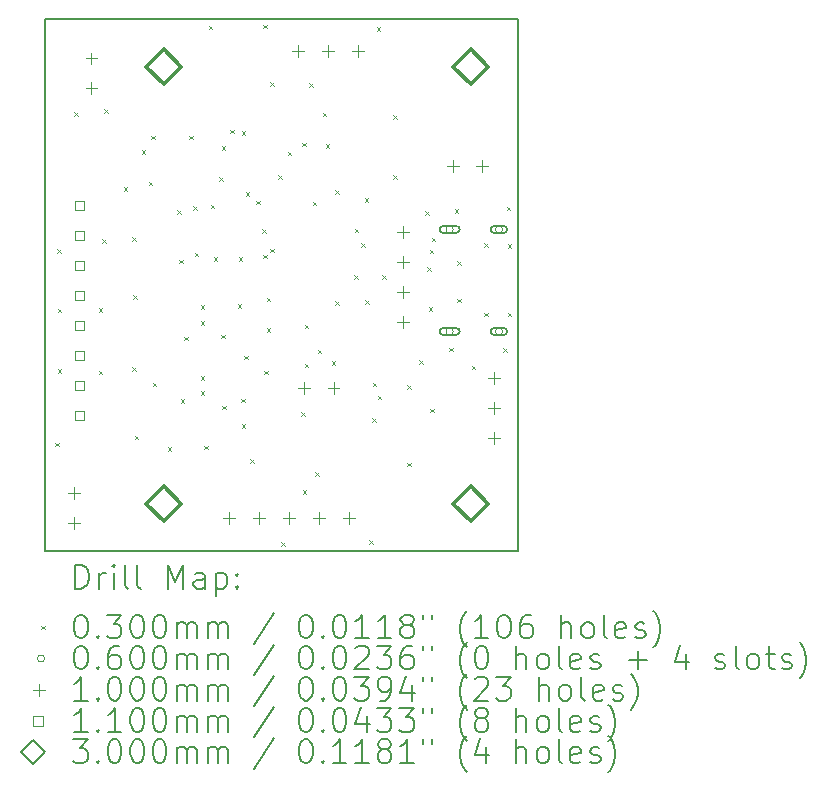
<source format=gbr>
%TF.GenerationSoftware,KiCad,Pcbnew,7.0.3-24-g09febce4ce*%
%TF.CreationDate,2023-05-24T02:24:57-07:00*%
%TF.ProjectId,t962,74393632-2e6b-4696-9361-645f70636258,2.0*%
%TF.SameCoordinates,Original*%
%TF.FileFunction,Drillmap*%
%TF.FilePolarity,Positive*%
%FSLAX45Y45*%
G04 Gerber Fmt 4.5, Leading zero omitted, Abs format (unit mm)*
G04 Created by KiCad (PCBNEW 7.0.3-24-g09febce4ce) date 2023-05-24 02:24:57*
%MOMM*%
%LPD*%
G01*
G04 APERTURE LIST*
%ADD10C,0.150000*%
%ADD11C,0.200000*%
%ADD12C,0.030000*%
%ADD13C,0.060000*%
%ADD14C,0.100000*%
%ADD15C,0.110000*%
%ADD16C,0.300000*%
G04 APERTURE END LIST*
D10*
X16790000Y-7610000D02*
X16380000Y-7610000D01*
X16790000Y-3110000D02*
X16790000Y-7610000D01*
X12790000Y-7610000D02*
X16380000Y-7610000D01*
X12790000Y-3110000D02*
X12790000Y-7610000D01*
X16790000Y-3110000D02*
X12790000Y-3110000D01*
D11*
D12*
X12875000Y-6695000D02*
X12905000Y-6725000D01*
X12905000Y-6695000D02*
X12875000Y-6725000D01*
X12890000Y-5055000D02*
X12920000Y-5085000D01*
X12920000Y-5055000D02*
X12890000Y-5085000D01*
X12895000Y-5560000D02*
X12925000Y-5590000D01*
X12925000Y-5560000D02*
X12895000Y-5590000D01*
X12895000Y-6070000D02*
X12925000Y-6100000D01*
X12925000Y-6070000D02*
X12895000Y-6100000D01*
X13035000Y-3895000D02*
X13065000Y-3925000D01*
X13065000Y-3895000D02*
X13035000Y-3925000D01*
X13240000Y-5555000D02*
X13270000Y-5585000D01*
X13270000Y-5555000D02*
X13240000Y-5585000D01*
X13240000Y-6085000D02*
X13270000Y-6115000D01*
X13270000Y-6085000D02*
X13240000Y-6115000D01*
X13270000Y-4970000D02*
X13300000Y-5000000D01*
X13300000Y-4970000D02*
X13270000Y-5000000D01*
X13290000Y-3870000D02*
X13320000Y-3900000D01*
X13320000Y-3870000D02*
X13290000Y-3900000D01*
X13452500Y-4532500D02*
X13482500Y-4562500D01*
X13482500Y-4532500D02*
X13452500Y-4562500D01*
X13525000Y-4955000D02*
X13555000Y-4985000D01*
X13555000Y-4955000D02*
X13525000Y-4985000D01*
X13525000Y-6055000D02*
X13555000Y-6085000D01*
X13555000Y-6055000D02*
X13525000Y-6085000D01*
X13535000Y-5445000D02*
X13565000Y-5475000D01*
X13565000Y-5445000D02*
X13535000Y-5475000D01*
X13545000Y-6635000D02*
X13575000Y-6665000D01*
X13575000Y-6635000D02*
X13545000Y-6665000D01*
X13605000Y-4215000D02*
X13635000Y-4245000D01*
X13635000Y-4215000D02*
X13605000Y-4245000D01*
X13665000Y-4485000D02*
X13695000Y-4515000D01*
X13695000Y-4485000D02*
X13665000Y-4515000D01*
X13685000Y-4095000D02*
X13715000Y-4125000D01*
X13715000Y-4095000D02*
X13685000Y-4125000D01*
X13700000Y-6185000D02*
X13730000Y-6215000D01*
X13730000Y-6185000D02*
X13700000Y-6215000D01*
X13825000Y-6730000D02*
X13855000Y-6760000D01*
X13855000Y-6730000D02*
X13825000Y-6760000D01*
X13905000Y-4725000D02*
X13935000Y-4755000D01*
X13935000Y-4725000D02*
X13905000Y-4755000D01*
X13922142Y-5145280D02*
X13952142Y-5175280D01*
X13952142Y-5145280D02*
X13922142Y-5175280D01*
X13935000Y-6325000D02*
X13965000Y-6355000D01*
X13965000Y-6325000D02*
X13935000Y-6355000D01*
X13965000Y-5795000D02*
X13995000Y-5825000D01*
X13995000Y-5795000D02*
X13965000Y-5825000D01*
X14010000Y-4095000D02*
X14040000Y-4125000D01*
X14040000Y-4095000D02*
X14010000Y-4125000D01*
X14043138Y-4690000D02*
X14073138Y-4720000D01*
X14073138Y-4690000D02*
X14043138Y-4720000D01*
X14053628Y-5083629D02*
X14083628Y-5113629D01*
X14083628Y-5083629D02*
X14053628Y-5113629D01*
X14104997Y-6260000D02*
X14134997Y-6290000D01*
X14134997Y-6260000D02*
X14104997Y-6290000D01*
X14105000Y-5530000D02*
X14135000Y-5560000D01*
X14135000Y-5530000D02*
X14105000Y-5560000D01*
X14105000Y-5667350D02*
X14135000Y-5697350D01*
X14135000Y-5667350D02*
X14105000Y-5697350D01*
X14105000Y-6130002D02*
X14135000Y-6160002D01*
X14135000Y-6130002D02*
X14105000Y-6160002D01*
X14135000Y-6720000D02*
X14165000Y-6750000D01*
X14165000Y-6720000D02*
X14135000Y-6750000D01*
X14174104Y-3164064D02*
X14204104Y-3194064D01*
X14204104Y-3164064D02*
X14174104Y-3194064D01*
X14189950Y-4678699D02*
X14219950Y-4708699D01*
X14219950Y-4678699D02*
X14189950Y-4708699D01*
X14214931Y-5124931D02*
X14244931Y-5154931D01*
X14244931Y-5124931D02*
X14214931Y-5154931D01*
X14260000Y-4445000D02*
X14290000Y-4475000D01*
X14290000Y-4445000D02*
X14260000Y-4475000D01*
X14280000Y-5777500D02*
X14310000Y-5807500D01*
X14310000Y-5777500D02*
X14280000Y-5807500D01*
X14281277Y-4182506D02*
X14311277Y-4212506D01*
X14311277Y-4182506D02*
X14281277Y-4212506D01*
X14285000Y-6380000D02*
X14315000Y-6410000D01*
X14315000Y-6380000D02*
X14285000Y-6410000D01*
X14355000Y-4045000D02*
X14385000Y-4075000D01*
X14385000Y-4045000D02*
X14355000Y-4075000D01*
X14420000Y-5520000D02*
X14450000Y-5550000D01*
X14450000Y-5520000D02*
X14420000Y-5550000D01*
X14425000Y-5125000D02*
X14455000Y-5155000D01*
X14455000Y-5125000D02*
X14425000Y-5155000D01*
X14450000Y-6320000D02*
X14480000Y-6350000D01*
X14480000Y-6320000D02*
X14450000Y-6350000D01*
X14453161Y-6536344D02*
X14483161Y-6566344D01*
X14483161Y-6536344D02*
X14453161Y-6566344D01*
X14454178Y-4057397D02*
X14484178Y-4087397D01*
X14484178Y-4057397D02*
X14454178Y-4087397D01*
X14475050Y-5957439D02*
X14505050Y-5987439D01*
X14505050Y-5957439D02*
X14475050Y-5987439D01*
X14485000Y-4575000D02*
X14515000Y-4605000D01*
X14515000Y-4575000D02*
X14485000Y-4605000D01*
X14522500Y-6832500D02*
X14552500Y-6862500D01*
X14552500Y-6832500D02*
X14522500Y-6862500D01*
X14575000Y-4645000D02*
X14605000Y-4675000D01*
X14605000Y-4645000D02*
X14575000Y-4675000D01*
X14625000Y-4885000D02*
X14655000Y-4915000D01*
X14655000Y-4885000D02*
X14625000Y-4915000D01*
X14633800Y-5103703D02*
X14663800Y-5133703D01*
X14663800Y-5103703D02*
X14633800Y-5133703D01*
X14635000Y-3155000D02*
X14665000Y-3185000D01*
X14665000Y-3155000D02*
X14635000Y-3185000D01*
X14645000Y-6085000D02*
X14675000Y-6115000D01*
X14675000Y-6085000D02*
X14645000Y-6115000D01*
X14665000Y-5465000D02*
X14695000Y-5495000D01*
X14695000Y-5465000D02*
X14665000Y-5495000D01*
X14665000Y-5725000D02*
X14695000Y-5755000D01*
X14695000Y-5725000D02*
X14665000Y-5755000D01*
X14695000Y-3640000D02*
X14725000Y-3670000D01*
X14725000Y-3640000D02*
X14695000Y-3670000D01*
X14695000Y-5050000D02*
X14725000Y-5080000D01*
X14725000Y-5050000D02*
X14695000Y-5080000D01*
X14760000Y-4430000D02*
X14790000Y-4460000D01*
X14790000Y-4430000D02*
X14760000Y-4460000D01*
X14785000Y-7535000D02*
X14815000Y-7565000D01*
X14815000Y-7535000D02*
X14785000Y-7565000D01*
X14840000Y-4230000D02*
X14870000Y-4260000D01*
X14870000Y-4230000D02*
X14840000Y-4260000D01*
X14955000Y-6435000D02*
X14985000Y-6465000D01*
X14985000Y-6435000D02*
X14955000Y-6465000D01*
X14965000Y-4155000D02*
X14995000Y-4185000D01*
X14995000Y-4155000D02*
X14965000Y-4185000D01*
X14970000Y-7095000D02*
X15000000Y-7125000D01*
X15000000Y-7095000D02*
X14970000Y-7125000D01*
X14985000Y-5695000D02*
X15015000Y-5725000D01*
X15015000Y-5695000D02*
X14985000Y-5725000D01*
X14985000Y-6025000D02*
X15015000Y-6055000D01*
X15015000Y-6025000D02*
X14985000Y-6055000D01*
X15025000Y-3650000D02*
X15055000Y-3680000D01*
X15055000Y-3650000D02*
X15025000Y-3680000D01*
X15055000Y-4655000D02*
X15085000Y-4685000D01*
X15085000Y-4655000D02*
X15055000Y-4685000D01*
X15075000Y-6945000D02*
X15105000Y-6975000D01*
X15105000Y-6945000D02*
X15075000Y-6975000D01*
X15095000Y-5905000D02*
X15125000Y-5935000D01*
X15125000Y-5905000D02*
X15095000Y-5935000D01*
X15140000Y-3900000D02*
X15170000Y-3930000D01*
X15170000Y-3900000D02*
X15140000Y-3930000D01*
X15165000Y-4165000D02*
X15195000Y-4195000D01*
X15195000Y-4165000D02*
X15165000Y-4195000D01*
X15215000Y-6005000D02*
X15245000Y-6035000D01*
X15245000Y-6005000D02*
X15215000Y-6035000D01*
X15245000Y-4555000D02*
X15275000Y-4585000D01*
X15275000Y-4555000D02*
X15245000Y-4585000D01*
X15245000Y-5495000D02*
X15275000Y-5525000D01*
X15275000Y-5495000D02*
X15245000Y-5525000D01*
X15402550Y-5275000D02*
X15432550Y-5305000D01*
X15432550Y-5275000D02*
X15402550Y-5305000D01*
X15410000Y-4880000D02*
X15440000Y-4910000D01*
X15440000Y-4880000D02*
X15410000Y-4910000D01*
X15465000Y-5005000D02*
X15495000Y-5035000D01*
X15495000Y-5005000D02*
X15465000Y-5035000D01*
X15495000Y-4625000D02*
X15525000Y-4655000D01*
X15525000Y-4625000D02*
X15495000Y-4655000D01*
X15500000Y-5485000D02*
X15530000Y-5515000D01*
X15530000Y-5485000D02*
X15500000Y-5515000D01*
X15530000Y-7520000D02*
X15560000Y-7550000D01*
X15560000Y-7520000D02*
X15530000Y-7550000D01*
X15555000Y-6485000D02*
X15585000Y-6515000D01*
X15585000Y-6485000D02*
X15555000Y-6515000D01*
X15560000Y-6185000D02*
X15590000Y-6215000D01*
X15590000Y-6185000D02*
X15560000Y-6215000D01*
X15595000Y-3175000D02*
X15625000Y-3205000D01*
X15625000Y-3175000D02*
X15595000Y-3205000D01*
X15605000Y-6297445D02*
X15635000Y-6327445D01*
X15635000Y-6297445D02*
X15605000Y-6327445D01*
X15640000Y-5275000D02*
X15670000Y-5305000D01*
X15670000Y-5275000D02*
X15640000Y-5305000D01*
X15735000Y-3922999D02*
X15765000Y-3952999D01*
X15765000Y-3922999D02*
X15735000Y-3952999D01*
X15735000Y-4430000D02*
X15765000Y-4460000D01*
X15765000Y-4430000D02*
X15735000Y-4460000D01*
X15855000Y-6207500D02*
X15885000Y-6237500D01*
X15885000Y-6207500D02*
X15855000Y-6237500D01*
X15855000Y-6862500D02*
X15885000Y-6892500D01*
X15885000Y-6862500D02*
X15855000Y-6892500D01*
X15955000Y-5995000D02*
X15985000Y-6025000D01*
X15985000Y-5995000D02*
X15955000Y-6025000D01*
X16005000Y-4735000D02*
X16035000Y-4765000D01*
X16035000Y-4735000D02*
X16005000Y-4765000D01*
X16021695Y-5208550D02*
X16051695Y-5238550D01*
X16051695Y-5208550D02*
X16021695Y-5238550D01*
X16035000Y-5545000D02*
X16065000Y-5575000D01*
X16065000Y-5545000D02*
X16035000Y-5575000D01*
X16044048Y-5061408D02*
X16074048Y-5091408D01*
X16074048Y-5061408D02*
X16044048Y-5091408D01*
X16050000Y-6405000D02*
X16080000Y-6435000D01*
X16080000Y-6405000D02*
X16050000Y-6435000D01*
X16060102Y-4957324D02*
X16090102Y-4987324D01*
X16090102Y-4957324D02*
X16060102Y-4987324D01*
X16210000Y-5890000D02*
X16240000Y-5920000D01*
X16240000Y-5890000D02*
X16210000Y-5920000D01*
X16255000Y-4715000D02*
X16285000Y-4745000D01*
X16285000Y-4715000D02*
X16255000Y-4745000D01*
X16275000Y-5155000D02*
X16305000Y-5185000D01*
X16305000Y-5155000D02*
X16275000Y-5185000D01*
X16275000Y-5475000D02*
X16305000Y-5505000D01*
X16305000Y-5475000D02*
X16275000Y-5505000D01*
X16400000Y-6040000D02*
X16430000Y-6070000D01*
X16430000Y-6040000D02*
X16400000Y-6070000D01*
X16505000Y-5005000D02*
X16535000Y-5035000D01*
X16535000Y-5005000D02*
X16505000Y-5035000D01*
X16505000Y-5595000D02*
X16535000Y-5625000D01*
X16535000Y-5595000D02*
X16505000Y-5625000D01*
X16665000Y-5895000D02*
X16695000Y-5925000D01*
X16695000Y-5895000D02*
X16665000Y-5925000D01*
X16695000Y-4695000D02*
X16725000Y-4725000D01*
X16725000Y-4695000D02*
X16695000Y-4725000D01*
X16705000Y-5015000D02*
X16735000Y-5045000D01*
X16735000Y-5015000D02*
X16705000Y-5045000D01*
X16705000Y-5595000D02*
X16735000Y-5625000D01*
X16735000Y-5595000D02*
X16705000Y-5625000D01*
D13*
X16242000Y-4888000D02*
G75*
G03*
X16242000Y-4888000I-30000J0D01*
G01*
D11*
X16157000Y-4918000D02*
X16267000Y-4918000D01*
X16267000Y-4918000D02*
G75*
G03*
X16267000Y-4858000I0J30000D01*
G01*
X16267000Y-4858000D02*
X16157000Y-4858000D01*
X16157000Y-4858000D02*
G75*
G03*
X16157000Y-4918000I0J-30000D01*
G01*
D13*
X16242000Y-5752000D02*
G75*
G03*
X16242000Y-5752000I-30000J0D01*
G01*
D11*
X16157000Y-5782000D02*
X16267000Y-5782000D01*
X16267000Y-5782000D02*
G75*
G03*
X16267000Y-5722000I0J30000D01*
G01*
X16267000Y-5722000D02*
X16157000Y-5722000D01*
X16157000Y-5722000D02*
G75*
G03*
X16157000Y-5782000I0J-30000D01*
G01*
D13*
X16660000Y-4888000D02*
G75*
G03*
X16660000Y-4888000I-30000J0D01*
G01*
D11*
X16590000Y-4918000D02*
X16670000Y-4918000D01*
X16670000Y-4918000D02*
G75*
G03*
X16670000Y-4858000I0J30000D01*
G01*
X16670000Y-4858000D02*
X16590000Y-4858000D01*
X16590000Y-4858000D02*
G75*
G03*
X16590000Y-4918000I0J-30000D01*
G01*
D13*
X16660000Y-5752000D02*
G75*
G03*
X16660000Y-5752000I-30000J0D01*
G01*
D11*
X16590000Y-5782000D02*
X16670000Y-5782000D01*
X16670000Y-5782000D02*
G75*
G03*
X16670000Y-5722000I0J30000D01*
G01*
X16670000Y-5722000D02*
X16590000Y-5722000D01*
X16590000Y-5722000D02*
G75*
G03*
X16590000Y-5782000I0J-30000D01*
G01*
D14*
X13030000Y-7066000D02*
X13030000Y-7166000D01*
X12980000Y-7116000D02*
X13080000Y-7116000D01*
X13030000Y-7320000D02*
X13030000Y-7420000D01*
X12980000Y-7370000D02*
X13080000Y-7370000D01*
X13180000Y-3390000D02*
X13180000Y-3490000D01*
X13130000Y-3440000D02*
X13230000Y-3440000D01*
X13180000Y-3640000D02*
X13180000Y-3740000D01*
X13130000Y-3690000D02*
X13230000Y-3690000D01*
X14344000Y-7280000D02*
X14344000Y-7380000D01*
X14294000Y-7330000D02*
X14394000Y-7330000D01*
X14598000Y-7280000D02*
X14598000Y-7380000D01*
X14548000Y-7330000D02*
X14648000Y-7330000D01*
X14852000Y-7280000D02*
X14852000Y-7380000D01*
X14802000Y-7330000D02*
X14902000Y-7330000D01*
X14932000Y-3325000D02*
X14932000Y-3425000D01*
X14882000Y-3375000D02*
X14982000Y-3375000D01*
X14980000Y-6180000D02*
X14980000Y-6280000D01*
X14930000Y-6230000D02*
X15030000Y-6230000D01*
X15106000Y-7280000D02*
X15106000Y-7380000D01*
X15056000Y-7330000D02*
X15156000Y-7330000D01*
X15186000Y-3325000D02*
X15186000Y-3425000D01*
X15136000Y-3375000D02*
X15236000Y-3375000D01*
X15230000Y-6180000D02*
X15230000Y-6280000D01*
X15180000Y-6230000D02*
X15280000Y-6230000D01*
X15360000Y-7280000D02*
X15360000Y-7380000D01*
X15310000Y-7330000D02*
X15410000Y-7330000D01*
X15440000Y-3325000D02*
X15440000Y-3425000D01*
X15390000Y-3375000D02*
X15490000Y-3375000D01*
X15820000Y-4858000D02*
X15820000Y-4958000D01*
X15770000Y-4908000D02*
X15870000Y-4908000D01*
X15820000Y-5112000D02*
X15820000Y-5212000D01*
X15770000Y-5162000D02*
X15870000Y-5162000D01*
X15820000Y-5366000D02*
X15820000Y-5466000D01*
X15770000Y-5416000D02*
X15870000Y-5416000D01*
X15820000Y-5620000D02*
X15820000Y-5720000D01*
X15770000Y-5670000D02*
X15870000Y-5670000D01*
X16240000Y-4300000D02*
X16240000Y-4400000D01*
X16190000Y-4350000D02*
X16290000Y-4350000D01*
X16490000Y-4300000D02*
X16490000Y-4400000D01*
X16440000Y-4350000D02*
X16540000Y-4350000D01*
X16586200Y-6096800D02*
X16586200Y-6196800D01*
X16536200Y-6146800D02*
X16636200Y-6146800D01*
X16586200Y-6350800D02*
X16586200Y-6450800D01*
X16536200Y-6400800D02*
X16636200Y-6400800D01*
X16586200Y-6604800D02*
X16586200Y-6704800D01*
X16536200Y-6654800D02*
X16636200Y-6654800D01*
D15*
X13118891Y-4724891D02*
X13118891Y-4647109D01*
X13041109Y-4647109D01*
X13041109Y-4724891D01*
X13118891Y-4724891D01*
X13118891Y-4978891D02*
X13118891Y-4901109D01*
X13041109Y-4901109D01*
X13041109Y-4978891D01*
X13118891Y-4978891D01*
X13118891Y-5232891D02*
X13118891Y-5155109D01*
X13041109Y-5155109D01*
X13041109Y-5232891D01*
X13118891Y-5232891D01*
X13118891Y-5486891D02*
X13118891Y-5409109D01*
X13041109Y-5409109D01*
X13041109Y-5486891D01*
X13118891Y-5486891D01*
X13118891Y-5740891D02*
X13118891Y-5663109D01*
X13041109Y-5663109D01*
X13041109Y-5740891D01*
X13118891Y-5740891D01*
X13118891Y-5994891D02*
X13118891Y-5917109D01*
X13041109Y-5917109D01*
X13041109Y-5994891D01*
X13118891Y-5994891D01*
X13118891Y-6248891D02*
X13118891Y-6171109D01*
X13041109Y-6171109D01*
X13041109Y-6248891D01*
X13118891Y-6248891D01*
X13118891Y-6502891D02*
X13118891Y-6425109D01*
X13041109Y-6425109D01*
X13041109Y-6502891D01*
X13118891Y-6502891D01*
D16*
X13790000Y-3660000D02*
X13940000Y-3510000D01*
X13790000Y-3360000D01*
X13640000Y-3510000D01*
X13790000Y-3660000D01*
X13790000Y-7360000D02*
X13940000Y-7210000D01*
X13790000Y-7060000D01*
X13640000Y-7210000D01*
X13790000Y-7360000D01*
X16390000Y-3660000D02*
X16540000Y-3510000D01*
X16390000Y-3360000D01*
X16240000Y-3510000D01*
X16390000Y-3660000D01*
X16390000Y-7360000D02*
X16540000Y-7210000D01*
X16390000Y-7060000D01*
X16240000Y-7210000D01*
X16390000Y-7360000D01*
D11*
X13043277Y-7928984D02*
X13043277Y-7728984D01*
X13043277Y-7728984D02*
X13090896Y-7728984D01*
X13090896Y-7728984D02*
X13119467Y-7738508D01*
X13119467Y-7738508D02*
X13138515Y-7757555D01*
X13138515Y-7757555D02*
X13148039Y-7776603D01*
X13148039Y-7776603D02*
X13157562Y-7814698D01*
X13157562Y-7814698D02*
X13157562Y-7843269D01*
X13157562Y-7843269D02*
X13148039Y-7881365D01*
X13148039Y-7881365D02*
X13138515Y-7900412D01*
X13138515Y-7900412D02*
X13119467Y-7919460D01*
X13119467Y-7919460D02*
X13090896Y-7928984D01*
X13090896Y-7928984D02*
X13043277Y-7928984D01*
X13243277Y-7928984D02*
X13243277Y-7795650D01*
X13243277Y-7833746D02*
X13252801Y-7814698D01*
X13252801Y-7814698D02*
X13262324Y-7805174D01*
X13262324Y-7805174D02*
X13281372Y-7795650D01*
X13281372Y-7795650D02*
X13300420Y-7795650D01*
X13367086Y-7928984D02*
X13367086Y-7795650D01*
X13367086Y-7728984D02*
X13357562Y-7738508D01*
X13357562Y-7738508D02*
X13367086Y-7748031D01*
X13367086Y-7748031D02*
X13376610Y-7738508D01*
X13376610Y-7738508D02*
X13367086Y-7728984D01*
X13367086Y-7728984D02*
X13367086Y-7748031D01*
X13490896Y-7928984D02*
X13471848Y-7919460D01*
X13471848Y-7919460D02*
X13462324Y-7900412D01*
X13462324Y-7900412D02*
X13462324Y-7728984D01*
X13595658Y-7928984D02*
X13576610Y-7919460D01*
X13576610Y-7919460D02*
X13567086Y-7900412D01*
X13567086Y-7900412D02*
X13567086Y-7728984D01*
X13824229Y-7928984D02*
X13824229Y-7728984D01*
X13824229Y-7728984D02*
X13890896Y-7871841D01*
X13890896Y-7871841D02*
X13957562Y-7728984D01*
X13957562Y-7728984D02*
X13957562Y-7928984D01*
X14138515Y-7928984D02*
X14138515Y-7824222D01*
X14138515Y-7824222D02*
X14128991Y-7805174D01*
X14128991Y-7805174D02*
X14109943Y-7795650D01*
X14109943Y-7795650D02*
X14071848Y-7795650D01*
X14071848Y-7795650D02*
X14052801Y-7805174D01*
X14138515Y-7919460D02*
X14119467Y-7928984D01*
X14119467Y-7928984D02*
X14071848Y-7928984D01*
X14071848Y-7928984D02*
X14052801Y-7919460D01*
X14052801Y-7919460D02*
X14043277Y-7900412D01*
X14043277Y-7900412D02*
X14043277Y-7881365D01*
X14043277Y-7881365D02*
X14052801Y-7862317D01*
X14052801Y-7862317D02*
X14071848Y-7852793D01*
X14071848Y-7852793D02*
X14119467Y-7852793D01*
X14119467Y-7852793D02*
X14138515Y-7843269D01*
X14233753Y-7795650D02*
X14233753Y-7995650D01*
X14233753Y-7805174D02*
X14252801Y-7795650D01*
X14252801Y-7795650D02*
X14290896Y-7795650D01*
X14290896Y-7795650D02*
X14309943Y-7805174D01*
X14309943Y-7805174D02*
X14319467Y-7814698D01*
X14319467Y-7814698D02*
X14328991Y-7833746D01*
X14328991Y-7833746D02*
X14328991Y-7890888D01*
X14328991Y-7890888D02*
X14319467Y-7909936D01*
X14319467Y-7909936D02*
X14309943Y-7919460D01*
X14309943Y-7919460D02*
X14290896Y-7928984D01*
X14290896Y-7928984D02*
X14252801Y-7928984D01*
X14252801Y-7928984D02*
X14233753Y-7919460D01*
X14414705Y-7909936D02*
X14424229Y-7919460D01*
X14424229Y-7919460D02*
X14414705Y-7928984D01*
X14414705Y-7928984D02*
X14405182Y-7919460D01*
X14405182Y-7919460D02*
X14414705Y-7909936D01*
X14414705Y-7909936D02*
X14414705Y-7928984D01*
X14414705Y-7805174D02*
X14424229Y-7814698D01*
X14424229Y-7814698D02*
X14414705Y-7824222D01*
X14414705Y-7824222D02*
X14405182Y-7814698D01*
X14405182Y-7814698D02*
X14414705Y-7805174D01*
X14414705Y-7805174D02*
X14414705Y-7824222D01*
D12*
X12752500Y-8242500D02*
X12782500Y-8272500D01*
X12782500Y-8242500D02*
X12752500Y-8272500D01*
D11*
X13081372Y-8148984D02*
X13100420Y-8148984D01*
X13100420Y-8148984D02*
X13119467Y-8158508D01*
X13119467Y-8158508D02*
X13128991Y-8168031D01*
X13128991Y-8168031D02*
X13138515Y-8187079D01*
X13138515Y-8187079D02*
X13148039Y-8225174D01*
X13148039Y-8225174D02*
X13148039Y-8272793D01*
X13148039Y-8272793D02*
X13138515Y-8310888D01*
X13138515Y-8310888D02*
X13128991Y-8329936D01*
X13128991Y-8329936D02*
X13119467Y-8339460D01*
X13119467Y-8339460D02*
X13100420Y-8348984D01*
X13100420Y-8348984D02*
X13081372Y-8348984D01*
X13081372Y-8348984D02*
X13062324Y-8339460D01*
X13062324Y-8339460D02*
X13052801Y-8329936D01*
X13052801Y-8329936D02*
X13043277Y-8310888D01*
X13043277Y-8310888D02*
X13033753Y-8272793D01*
X13033753Y-8272793D02*
X13033753Y-8225174D01*
X13033753Y-8225174D02*
X13043277Y-8187079D01*
X13043277Y-8187079D02*
X13052801Y-8168031D01*
X13052801Y-8168031D02*
X13062324Y-8158508D01*
X13062324Y-8158508D02*
X13081372Y-8148984D01*
X13233753Y-8329936D02*
X13243277Y-8339460D01*
X13243277Y-8339460D02*
X13233753Y-8348984D01*
X13233753Y-8348984D02*
X13224229Y-8339460D01*
X13224229Y-8339460D02*
X13233753Y-8329936D01*
X13233753Y-8329936D02*
X13233753Y-8348984D01*
X13309943Y-8148984D02*
X13433753Y-8148984D01*
X13433753Y-8148984D02*
X13367086Y-8225174D01*
X13367086Y-8225174D02*
X13395658Y-8225174D01*
X13395658Y-8225174D02*
X13414705Y-8234698D01*
X13414705Y-8234698D02*
X13424229Y-8244222D01*
X13424229Y-8244222D02*
X13433753Y-8263269D01*
X13433753Y-8263269D02*
X13433753Y-8310888D01*
X13433753Y-8310888D02*
X13424229Y-8329936D01*
X13424229Y-8329936D02*
X13414705Y-8339460D01*
X13414705Y-8339460D02*
X13395658Y-8348984D01*
X13395658Y-8348984D02*
X13338515Y-8348984D01*
X13338515Y-8348984D02*
X13319467Y-8339460D01*
X13319467Y-8339460D02*
X13309943Y-8329936D01*
X13557562Y-8148984D02*
X13576610Y-8148984D01*
X13576610Y-8148984D02*
X13595658Y-8158508D01*
X13595658Y-8158508D02*
X13605182Y-8168031D01*
X13605182Y-8168031D02*
X13614705Y-8187079D01*
X13614705Y-8187079D02*
X13624229Y-8225174D01*
X13624229Y-8225174D02*
X13624229Y-8272793D01*
X13624229Y-8272793D02*
X13614705Y-8310888D01*
X13614705Y-8310888D02*
X13605182Y-8329936D01*
X13605182Y-8329936D02*
X13595658Y-8339460D01*
X13595658Y-8339460D02*
X13576610Y-8348984D01*
X13576610Y-8348984D02*
X13557562Y-8348984D01*
X13557562Y-8348984D02*
X13538515Y-8339460D01*
X13538515Y-8339460D02*
X13528991Y-8329936D01*
X13528991Y-8329936D02*
X13519467Y-8310888D01*
X13519467Y-8310888D02*
X13509943Y-8272793D01*
X13509943Y-8272793D02*
X13509943Y-8225174D01*
X13509943Y-8225174D02*
X13519467Y-8187079D01*
X13519467Y-8187079D02*
X13528991Y-8168031D01*
X13528991Y-8168031D02*
X13538515Y-8158508D01*
X13538515Y-8158508D02*
X13557562Y-8148984D01*
X13748039Y-8148984D02*
X13767086Y-8148984D01*
X13767086Y-8148984D02*
X13786134Y-8158508D01*
X13786134Y-8158508D02*
X13795658Y-8168031D01*
X13795658Y-8168031D02*
X13805182Y-8187079D01*
X13805182Y-8187079D02*
X13814705Y-8225174D01*
X13814705Y-8225174D02*
X13814705Y-8272793D01*
X13814705Y-8272793D02*
X13805182Y-8310888D01*
X13805182Y-8310888D02*
X13795658Y-8329936D01*
X13795658Y-8329936D02*
X13786134Y-8339460D01*
X13786134Y-8339460D02*
X13767086Y-8348984D01*
X13767086Y-8348984D02*
X13748039Y-8348984D01*
X13748039Y-8348984D02*
X13728991Y-8339460D01*
X13728991Y-8339460D02*
X13719467Y-8329936D01*
X13719467Y-8329936D02*
X13709943Y-8310888D01*
X13709943Y-8310888D02*
X13700420Y-8272793D01*
X13700420Y-8272793D02*
X13700420Y-8225174D01*
X13700420Y-8225174D02*
X13709943Y-8187079D01*
X13709943Y-8187079D02*
X13719467Y-8168031D01*
X13719467Y-8168031D02*
X13728991Y-8158508D01*
X13728991Y-8158508D02*
X13748039Y-8148984D01*
X13900420Y-8348984D02*
X13900420Y-8215650D01*
X13900420Y-8234698D02*
X13909943Y-8225174D01*
X13909943Y-8225174D02*
X13928991Y-8215650D01*
X13928991Y-8215650D02*
X13957563Y-8215650D01*
X13957563Y-8215650D02*
X13976610Y-8225174D01*
X13976610Y-8225174D02*
X13986134Y-8244222D01*
X13986134Y-8244222D02*
X13986134Y-8348984D01*
X13986134Y-8244222D02*
X13995658Y-8225174D01*
X13995658Y-8225174D02*
X14014705Y-8215650D01*
X14014705Y-8215650D02*
X14043277Y-8215650D01*
X14043277Y-8215650D02*
X14062324Y-8225174D01*
X14062324Y-8225174D02*
X14071848Y-8244222D01*
X14071848Y-8244222D02*
X14071848Y-8348984D01*
X14167086Y-8348984D02*
X14167086Y-8215650D01*
X14167086Y-8234698D02*
X14176610Y-8225174D01*
X14176610Y-8225174D02*
X14195658Y-8215650D01*
X14195658Y-8215650D02*
X14224229Y-8215650D01*
X14224229Y-8215650D02*
X14243277Y-8225174D01*
X14243277Y-8225174D02*
X14252801Y-8244222D01*
X14252801Y-8244222D02*
X14252801Y-8348984D01*
X14252801Y-8244222D02*
X14262324Y-8225174D01*
X14262324Y-8225174D02*
X14281372Y-8215650D01*
X14281372Y-8215650D02*
X14309943Y-8215650D01*
X14309943Y-8215650D02*
X14328991Y-8225174D01*
X14328991Y-8225174D02*
X14338515Y-8244222D01*
X14338515Y-8244222D02*
X14338515Y-8348984D01*
X14728991Y-8139460D02*
X14557563Y-8396603D01*
X14986134Y-8148984D02*
X15005182Y-8148984D01*
X15005182Y-8148984D02*
X15024229Y-8158508D01*
X15024229Y-8158508D02*
X15033753Y-8168031D01*
X15033753Y-8168031D02*
X15043277Y-8187079D01*
X15043277Y-8187079D02*
X15052801Y-8225174D01*
X15052801Y-8225174D02*
X15052801Y-8272793D01*
X15052801Y-8272793D02*
X15043277Y-8310888D01*
X15043277Y-8310888D02*
X15033753Y-8329936D01*
X15033753Y-8329936D02*
X15024229Y-8339460D01*
X15024229Y-8339460D02*
X15005182Y-8348984D01*
X15005182Y-8348984D02*
X14986134Y-8348984D01*
X14986134Y-8348984D02*
X14967086Y-8339460D01*
X14967086Y-8339460D02*
X14957563Y-8329936D01*
X14957563Y-8329936D02*
X14948039Y-8310888D01*
X14948039Y-8310888D02*
X14938515Y-8272793D01*
X14938515Y-8272793D02*
X14938515Y-8225174D01*
X14938515Y-8225174D02*
X14948039Y-8187079D01*
X14948039Y-8187079D02*
X14957563Y-8168031D01*
X14957563Y-8168031D02*
X14967086Y-8158508D01*
X14967086Y-8158508D02*
X14986134Y-8148984D01*
X15138515Y-8329936D02*
X15148039Y-8339460D01*
X15148039Y-8339460D02*
X15138515Y-8348984D01*
X15138515Y-8348984D02*
X15128991Y-8339460D01*
X15128991Y-8339460D02*
X15138515Y-8329936D01*
X15138515Y-8329936D02*
X15138515Y-8348984D01*
X15271848Y-8148984D02*
X15290896Y-8148984D01*
X15290896Y-8148984D02*
X15309944Y-8158508D01*
X15309944Y-8158508D02*
X15319467Y-8168031D01*
X15319467Y-8168031D02*
X15328991Y-8187079D01*
X15328991Y-8187079D02*
X15338515Y-8225174D01*
X15338515Y-8225174D02*
X15338515Y-8272793D01*
X15338515Y-8272793D02*
X15328991Y-8310888D01*
X15328991Y-8310888D02*
X15319467Y-8329936D01*
X15319467Y-8329936D02*
X15309944Y-8339460D01*
X15309944Y-8339460D02*
X15290896Y-8348984D01*
X15290896Y-8348984D02*
X15271848Y-8348984D01*
X15271848Y-8348984D02*
X15252801Y-8339460D01*
X15252801Y-8339460D02*
X15243277Y-8329936D01*
X15243277Y-8329936D02*
X15233753Y-8310888D01*
X15233753Y-8310888D02*
X15224229Y-8272793D01*
X15224229Y-8272793D02*
X15224229Y-8225174D01*
X15224229Y-8225174D02*
X15233753Y-8187079D01*
X15233753Y-8187079D02*
X15243277Y-8168031D01*
X15243277Y-8168031D02*
X15252801Y-8158508D01*
X15252801Y-8158508D02*
X15271848Y-8148984D01*
X15528991Y-8348984D02*
X15414706Y-8348984D01*
X15471848Y-8348984D02*
X15471848Y-8148984D01*
X15471848Y-8148984D02*
X15452801Y-8177555D01*
X15452801Y-8177555D02*
X15433753Y-8196603D01*
X15433753Y-8196603D02*
X15414706Y-8206127D01*
X15719467Y-8348984D02*
X15605182Y-8348984D01*
X15662325Y-8348984D02*
X15662325Y-8148984D01*
X15662325Y-8148984D02*
X15643277Y-8177555D01*
X15643277Y-8177555D02*
X15624229Y-8196603D01*
X15624229Y-8196603D02*
X15605182Y-8206127D01*
X15833753Y-8234698D02*
X15814706Y-8225174D01*
X15814706Y-8225174D02*
X15805182Y-8215650D01*
X15805182Y-8215650D02*
X15795658Y-8196603D01*
X15795658Y-8196603D02*
X15795658Y-8187079D01*
X15795658Y-8187079D02*
X15805182Y-8168031D01*
X15805182Y-8168031D02*
X15814706Y-8158508D01*
X15814706Y-8158508D02*
X15833753Y-8148984D01*
X15833753Y-8148984D02*
X15871848Y-8148984D01*
X15871848Y-8148984D02*
X15890896Y-8158508D01*
X15890896Y-8158508D02*
X15900420Y-8168031D01*
X15900420Y-8168031D02*
X15909944Y-8187079D01*
X15909944Y-8187079D02*
X15909944Y-8196603D01*
X15909944Y-8196603D02*
X15900420Y-8215650D01*
X15900420Y-8215650D02*
X15890896Y-8225174D01*
X15890896Y-8225174D02*
X15871848Y-8234698D01*
X15871848Y-8234698D02*
X15833753Y-8234698D01*
X15833753Y-8234698D02*
X15814706Y-8244222D01*
X15814706Y-8244222D02*
X15805182Y-8253746D01*
X15805182Y-8253746D02*
X15795658Y-8272793D01*
X15795658Y-8272793D02*
X15795658Y-8310888D01*
X15795658Y-8310888D02*
X15805182Y-8329936D01*
X15805182Y-8329936D02*
X15814706Y-8339460D01*
X15814706Y-8339460D02*
X15833753Y-8348984D01*
X15833753Y-8348984D02*
X15871848Y-8348984D01*
X15871848Y-8348984D02*
X15890896Y-8339460D01*
X15890896Y-8339460D02*
X15900420Y-8329936D01*
X15900420Y-8329936D02*
X15909944Y-8310888D01*
X15909944Y-8310888D02*
X15909944Y-8272793D01*
X15909944Y-8272793D02*
X15900420Y-8253746D01*
X15900420Y-8253746D02*
X15890896Y-8244222D01*
X15890896Y-8244222D02*
X15871848Y-8234698D01*
X15986134Y-8148984D02*
X15986134Y-8187079D01*
X16062325Y-8148984D02*
X16062325Y-8187079D01*
X16357563Y-8425174D02*
X16348039Y-8415650D01*
X16348039Y-8415650D02*
X16328991Y-8387079D01*
X16328991Y-8387079D02*
X16319468Y-8368031D01*
X16319468Y-8368031D02*
X16309944Y-8339460D01*
X16309944Y-8339460D02*
X16300420Y-8291841D01*
X16300420Y-8291841D02*
X16300420Y-8253746D01*
X16300420Y-8253746D02*
X16309944Y-8206127D01*
X16309944Y-8206127D02*
X16319468Y-8177555D01*
X16319468Y-8177555D02*
X16328991Y-8158508D01*
X16328991Y-8158508D02*
X16348039Y-8129936D01*
X16348039Y-8129936D02*
X16357563Y-8120412D01*
X16538515Y-8348984D02*
X16424229Y-8348984D01*
X16481372Y-8348984D02*
X16481372Y-8148984D01*
X16481372Y-8148984D02*
X16462325Y-8177555D01*
X16462325Y-8177555D02*
X16443277Y-8196603D01*
X16443277Y-8196603D02*
X16424229Y-8206127D01*
X16662325Y-8148984D02*
X16681372Y-8148984D01*
X16681372Y-8148984D02*
X16700420Y-8158508D01*
X16700420Y-8158508D02*
X16709944Y-8168031D01*
X16709944Y-8168031D02*
X16719468Y-8187079D01*
X16719468Y-8187079D02*
X16728991Y-8225174D01*
X16728991Y-8225174D02*
X16728991Y-8272793D01*
X16728991Y-8272793D02*
X16719468Y-8310888D01*
X16719468Y-8310888D02*
X16709944Y-8329936D01*
X16709944Y-8329936D02*
X16700420Y-8339460D01*
X16700420Y-8339460D02*
X16681372Y-8348984D01*
X16681372Y-8348984D02*
X16662325Y-8348984D01*
X16662325Y-8348984D02*
X16643277Y-8339460D01*
X16643277Y-8339460D02*
X16633753Y-8329936D01*
X16633753Y-8329936D02*
X16624229Y-8310888D01*
X16624229Y-8310888D02*
X16614706Y-8272793D01*
X16614706Y-8272793D02*
X16614706Y-8225174D01*
X16614706Y-8225174D02*
X16624229Y-8187079D01*
X16624229Y-8187079D02*
X16633753Y-8168031D01*
X16633753Y-8168031D02*
X16643277Y-8158508D01*
X16643277Y-8158508D02*
X16662325Y-8148984D01*
X16900420Y-8148984D02*
X16862325Y-8148984D01*
X16862325Y-8148984D02*
X16843277Y-8158508D01*
X16843277Y-8158508D02*
X16833753Y-8168031D01*
X16833753Y-8168031D02*
X16814706Y-8196603D01*
X16814706Y-8196603D02*
X16805182Y-8234698D01*
X16805182Y-8234698D02*
X16805182Y-8310888D01*
X16805182Y-8310888D02*
X16814706Y-8329936D01*
X16814706Y-8329936D02*
X16824230Y-8339460D01*
X16824230Y-8339460D02*
X16843277Y-8348984D01*
X16843277Y-8348984D02*
X16881372Y-8348984D01*
X16881372Y-8348984D02*
X16900420Y-8339460D01*
X16900420Y-8339460D02*
X16909944Y-8329936D01*
X16909944Y-8329936D02*
X16919468Y-8310888D01*
X16919468Y-8310888D02*
X16919468Y-8263269D01*
X16919468Y-8263269D02*
X16909944Y-8244222D01*
X16909944Y-8244222D02*
X16900420Y-8234698D01*
X16900420Y-8234698D02*
X16881372Y-8225174D01*
X16881372Y-8225174D02*
X16843277Y-8225174D01*
X16843277Y-8225174D02*
X16824230Y-8234698D01*
X16824230Y-8234698D02*
X16814706Y-8244222D01*
X16814706Y-8244222D02*
X16805182Y-8263269D01*
X17157563Y-8348984D02*
X17157563Y-8148984D01*
X17243277Y-8348984D02*
X17243277Y-8244222D01*
X17243277Y-8244222D02*
X17233753Y-8225174D01*
X17233753Y-8225174D02*
X17214706Y-8215650D01*
X17214706Y-8215650D02*
X17186134Y-8215650D01*
X17186134Y-8215650D02*
X17167087Y-8225174D01*
X17167087Y-8225174D02*
X17157563Y-8234698D01*
X17367087Y-8348984D02*
X17348039Y-8339460D01*
X17348039Y-8339460D02*
X17338515Y-8329936D01*
X17338515Y-8329936D02*
X17328992Y-8310888D01*
X17328992Y-8310888D02*
X17328992Y-8253746D01*
X17328992Y-8253746D02*
X17338515Y-8234698D01*
X17338515Y-8234698D02*
X17348039Y-8225174D01*
X17348039Y-8225174D02*
X17367087Y-8215650D01*
X17367087Y-8215650D02*
X17395658Y-8215650D01*
X17395658Y-8215650D02*
X17414706Y-8225174D01*
X17414706Y-8225174D02*
X17424230Y-8234698D01*
X17424230Y-8234698D02*
X17433753Y-8253746D01*
X17433753Y-8253746D02*
X17433753Y-8310888D01*
X17433753Y-8310888D02*
X17424230Y-8329936D01*
X17424230Y-8329936D02*
X17414706Y-8339460D01*
X17414706Y-8339460D02*
X17395658Y-8348984D01*
X17395658Y-8348984D02*
X17367087Y-8348984D01*
X17548039Y-8348984D02*
X17528992Y-8339460D01*
X17528992Y-8339460D02*
X17519468Y-8320412D01*
X17519468Y-8320412D02*
X17519468Y-8148984D01*
X17700420Y-8339460D02*
X17681373Y-8348984D01*
X17681373Y-8348984D02*
X17643277Y-8348984D01*
X17643277Y-8348984D02*
X17624230Y-8339460D01*
X17624230Y-8339460D02*
X17614706Y-8320412D01*
X17614706Y-8320412D02*
X17614706Y-8244222D01*
X17614706Y-8244222D02*
X17624230Y-8225174D01*
X17624230Y-8225174D02*
X17643277Y-8215650D01*
X17643277Y-8215650D02*
X17681373Y-8215650D01*
X17681373Y-8215650D02*
X17700420Y-8225174D01*
X17700420Y-8225174D02*
X17709944Y-8244222D01*
X17709944Y-8244222D02*
X17709944Y-8263269D01*
X17709944Y-8263269D02*
X17614706Y-8282317D01*
X17786134Y-8339460D02*
X17805182Y-8348984D01*
X17805182Y-8348984D02*
X17843277Y-8348984D01*
X17843277Y-8348984D02*
X17862325Y-8339460D01*
X17862325Y-8339460D02*
X17871849Y-8320412D01*
X17871849Y-8320412D02*
X17871849Y-8310888D01*
X17871849Y-8310888D02*
X17862325Y-8291841D01*
X17862325Y-8291841D02*
X17843277Y-8282317D01*
X17843277Y-8282317D02*
X17814706Y-8282317D01*
X17814706Y-8282317D02*
X17795658Y-8272793D01*
X17795658Y-8272793D02*
X17786134Y-8253746D01*
X17786134Y-8253746D02*
X17786134Y-8244222D01*
X17786134Y-8244222D02*
X17795658Y-8225174D01*
X17795658Y-8225174D02*
X17814706Y-8215650D01*
X17814706Y-8215650D02*
X17843277Y-8215650D01*
X17843277Y-8215650D02*
X17862325Y-8225174D01*
X17938515Y-8425174D02*
X17948039Y-8415650D01*
X17948039Y-8415650D02*
X17967087Y-8387079D01*
X17967087Y-8387079D02*
X17976611Y-8368031D01*
X17976611Y-8368031D02*
X17986134Y-8339460D01*
X17986134Y-8339460D02*
X17995658Y-8291841D01*
X17995658Y-8291841D02*
X17995658Y-8253746D01*
X17995658Y-8253746D02*
X17986134Y-8206127D01*
X17986134Y-8206127D02*
X17976611Y-8177555D01*
X17976611Y-8177555D02*
X17967087Y-8158508D01*
X17967087Y-8158508D02*
X17948039Y-8129936D01*
X17948039Y-8129936D02*
X17938515Y-8120412D01*
D13*
X12782500Y-8521500D02*
G75*
G03*
X12782500Y-8521500I-30000J0D01*
G01*
D11*
X13081372Y-8412984D02*
X13100420Y-8412984D01*
X13100420Y-8412984D02*
X13119467Y-8422508D01*
X13119467Y-8422508D02*
X13128991Y-8432031D01*
X13128991Y-8432031D02*
X13138515Y-8451079D01*
X13138515Y-8451079D02*
X13148039Y-8489174D01*
X13148039Y-8489174D02*
X13148039Y-8536793D01*
X13148039Y-8536793D02*
X13138515Y-8574889D01*
X13138515Y-8574889D02*
X13128991Y-8593936D01*
X13128991Y-8593936D02*
X13119467Y-8603460D01*
X13119467Y-8603460D02*
X13100420Y-8612984D01*
X13100420Y-8612984D02*
X13081372Y-8612984D01*
X13081372Y-8612984D02*
X13062324Y-8603460D01*
X13062324Y-8603460D02*
X13052801Y-8593936D01*
X13052801Y-8593936D02*
X13043277Y-8574889D01*
X13043277Y-8574889D02*
X13033753Y-8536793D01*
X13033753Y-8536793D02*
X13033753Y-8489174D01*
X13033753Y-8489174D02*
X13043277Y-8451079D01*
X13043277Y-8451079D02*
X13052801Y-8432031D01*
X13052801Y-8432031D02*
X13062324Y-8422508D01*
X13062324Y-8422508D02*
X13081372Y-8412984D01*
X13233753Y-8593936D02*
X13243277Y-8603460D01*
X13243277Y-8603460D02*
X13233753Y-8612984D01*
X13233753Y-8612984D02*
X13224229Y-8603460D01*
X13224229Y-8603460D02*
X13233753Y-8593936D01*
X13233753Y-8593936D02*
X13233753Y-8612984D01*
X13414705Y-8412984D02*
X13376610Y-8412984D01*
X13376610Y-8412984D02*
X13357562Y-8422508D01*
X13357562Y-8422508D02*
X13348039Y-8432031D01*
X13348039Y-8432031D02*
X13328991Y-8460603D01*
X13328991Y-8460603D02*
X13319467Y-8498698D01*
X13319467Y-8498698D02*
X13319467Y-8574889D01*
X13319467Y-8574889D02*
X13328991Y-8593936D01*
X13328991Y-8593936D02*
X13338515Y-8603460D01*
X13338515Y-8603460D02*
X13357562Y-8612984D01*
X13357562Y-8612984D02*
X13395658Y-8612984D01*
X13395658Y-8612984D02*
X13414705Y-8603460D01*
X13414705Y-8603460D02*
X13424229Y-8593936D01*
X13424229Y-8593936D02*
X13433753Y-8574889D01*
X13433753Y-8574889D02*
X13433753Y-8527270D01*
X13433753Y-8527270D02*
X13424229Y-8508222D01*
X13424229Y-8508222D02*
X13414705Y-8498698D01*
X13414705Y-8498698D02*
X13395658Y-8489174D01*
X13395658Y-8489174D02*
X13357562Y-8489174D01*
X13357562Y-8489174D02*
X13338515Y-8498698D01*
X13338515Y-8498698D02*
X13328991Y-8508222D01*
X13328991Y-8508222D02*
X13319467Y-8527270D01*
X13557562Y-8412984D02*
X13576610Y-8412984D01*
X13576610Y-8412984D02*
X13595658Y-8422508D01*
X13595658Y-8422508D02*
X13605182Y-8432031D01*
X13605182Y-8432031D02*
X13614705Y-8451079D01*
X13614705Y-8451079D02*
X13624229Y-8489174D01*
X13624229Y-8489174D02*
X13624229Y-8536793D01*
X13624229Y-8536793D02*
X13614705Y-8574889D01*
X13614705Y-8574889D02*
X13605182Y-8593936D01*
X13605182Y-8593936D02*
X13595658Y-8603460D01*
X13595658Y-8603460D02*
X13576610Y-8612984D01*
X13576610Y-8612984D02*
X13557562Y-8612984D01*
X13557562Y-8612984D02*
X13538515Y-8603460D01*
X13538515Y-8603460D02*
X13528991Y-8593936D01*
X13528991Y-8593936D02*
X13519467Y-8574889D01*
X13519467Y-8574889D02*
X13509943Y-8536793D01*
X13509943Y-8536793D02*
X13509943Y-8489174D01*
X13509943Y-8489174D02*
X13519467Y-8451079D01*
X13519467Y-8451079D02*
X13528991Y-8432031D01*
X13528991Y-8432031D02*
X13538515Y-8422508D01*
X13538515Y-8422508D02*
X13557562Y-8412984D01*
X13748039Y-8412984D02*
X13767086Y-8412984D01*
X13767086Y-8412984D02*
X13786134Y-8422508D01*
X13786134Y-8422508D02*
X13795658Y-8432031D01*
X13795658Y-8432031D02*
X13805182Y-8451079D01*
X13805182Y-8451079D02*
X13814705Y-8489174D01*
X13814705Y-8489174D02*
X13814705Y-8536793D01*
X13814705Y-8536793D02*
X13805182Y-8574889D01*
X13805182Y-8574889D02*
X13795658Y-8593936D01*
X13795658Y-8593936D02*
X13786134Y-8603460D01*
X13786134Y-8603460D02*
X13767086Y-8612984D01*
X13767086Y-8612984D02*
X13748039Y-8612984D01*
X13748039Y-8612984D02*
X13728991Y-8603460D01*
X13728991Y-8603460D02*
X13719467Y-8593936D01*
X13719467Y-8593936D02*
X13709943Y-8574889D01*
X13709943Y-8574889D02*
X13700420Y-8536793D01*
X13700420Y-8536793D02*
X13700420Y-8489174D01*
X13700420Y-8489174D02*
X13709943Y-8451079D01*
X13709943Y-8451079D02*
X13719467Y-8432031D01*
X13719467Y-8432031D02*
X13728991Y-8422508D01*
X13728991Y-8422508D02*
X13748039Y-8412984D01*
X13900420Y-8612984D02*
X13900420Y-8479650D01*
X13900420Y-8498698D02*
X13909943Y-8489174D01*
X13909943Y-8489174D02*
X13928991Y-8479650D01*
X13928991Y-8479650D02*
X13957563Y-8479650D01*
X13957563Y-8479650D02*
X13976610Y-8489174D01*
X13976610Y-8489174D02*
X13986134Y-8508222D01*
X13986134Y-8508222D02*
X13986134Y-8612984D01*
X13986134Y-8508222D02*
X13995658Y-8489174D01*
X13995658Y-8489174D02*
X14014705Y-8479650D01*
X14014705Y-8479650D02*
X14043277Y-8479650D01*
X14043277Y-8479650D02*
X14062324Y-8489174D01*
X14062324Y-8489174D02*
X14071848Y-8508222D01*
X14071848Y-8508222D02*
X14071848Y-8612984D01*
X14167086Y-8612984D02*
X14167086Y-8479650D01*
X14167086Y-8498698D02*
X14176610Y-8489174D01*
X14176610Y-8489174D02*
X14195658Y-8479650D01*
X14195658Y-8479650D02*
X14224229Y-8479650D01*
X14224229Y-8479650D02*
X14243277Y-8489174D01*
X14243277Y-8489174D02*
X14252801Y-8508222D01*
X14252801Y-8508222D02*
X14252801Y-8612984D01*
X14252801Y-8508222D02*
X14262324Y-8489174D01*
X14262324Y-8489174D02*
X14281372Y-8479650D01*
X14281372Y-8479650D02*
X14309943Y-8479650D01*
X14309943Y-8479650D02*
X14328991Y-8489174D01*
X14328991Y-8489174D02*
X14338515Y-8508222D01*
X14338515Y-8508222D02*
X14338515Y-8612984D01*
X14728991Y-8403460D02*
X14557563Y-8660603D01*
X14986134Y-8412984D02*
X15005182Y-8412984D01*
X15005182Y-8412984D02*
X15024229Y-8422508D01*
X15024229Y-8422508D02*
X15033753Y-8432031D01*
X15033753Y-8432031D02*
X15043277Y-8451079D01*
X15043277Y-8451079D02*
X15052801Y-8489174D01*
X15052801Y-8489174D02*
X15052801Y-8536793D01*
X15052801Y-8536793D02*
X15043277Y-8574889D01*
X15043277Y-8574889D02*
X15033753Y-8593936D01*
X15033753Y-8593936D02*
X15024229Y-8603460D01*
X15024229Y-8603460D02*
X15005182Y-8612984D01*
X15005182Y-8612984D02*
X14986134Y-8612984D01*
X14986134Y-8612984D02*
X14967086Y-8603460D01*
X14967086Y-8603460D02*
X14957563Y-8593936D01*
X14957563Y-8593936D02*
X14948039Y-8574889D01*
X14948039Y-8574889D02*
X14938515Y-8536793D01*
X14938515Y-8536793D02*
X14938515Y-8489174D01*
X14938515Y-8489174D02*
X14948039Y-8451079D01*
X14948039Y-8451079D02*
X14957563Y-8432031D01*
X14957563Y-8432031D02*
X14967086Y-8422508D01*
X14967086Y-8422508D02*
X14986134Y-8412984D01*
X15138515Y-8593936D02*
X15148039Y-8603460D01*
X15148039Y-8603460D02*
X15138515Y-8612984D01*
X15138515Y-8612984D02*
X15128991Y-8603460D01*
X15128991Y-8603460D02*
X15138515Y-8593936D01*
X15138515Y-8593936D02*
X15138515Y-8612984D01*
X15271848Y-8412984D02*
X15290896Y-8412984D01*
X15290896Y-8412984D02*
X15309944Y-8422508D01*
X15309944Y-8422508D02*
X15319467Y-8432031D01*
X15319467Y-8432031D02*
X15328991Y-8451079D01*
X15328991Y-8451079D02*
X15338515Y-8489174D01*
X15338515Y-8489174D02*
X15338515Y-8536793D01*
X15338515Y-8536793D02*
X15328991Y-8574889D01*
X15328991Y-8574889D02*
X15319467Y-8593936D01*
X15319467Y-8593936D02*
X15309944Y-8603460D01*
X15309944Y-8603460D02*
X15290896Y-8612984D01*
X15290896Y-8612984D02*
X15271848Y-8612984D01*
X15271848Y-8612984D02*
X15252801Y-8603460D01*
X15252801Y-8603460D02*
X15243277Y-8593936D01*
X15243277Y-8593936D02*
X15233753Y-8574889D01*
X15233753Y-8574889D02*
X15224229Y-8536793D01*
X15224229Y-8536793D02*
X15224229Y-8489174D01*
X15224229Y-8489174D02*
X15233753Y-8451079D01*
X15233753Y-8451079D02*
X15243277Y-8432031D01*
X15243277Y-8432031D02*
X15252801Y-8422508D01*
X15252801Y-8422508D02*
X15271848Y-8412984D01*
X15414706Y-8432031D02*
X15424229Y-8422508D01*
X15424229Y-8422508D02*
X15443277Y-8412984D01*
X15443277Y-8412984D02*
X15490896Y-8412984D01*
X15490896Y-8412984D02*
X15509944Y-8422508D01*
X15509944Y-8422508D02*
X15519467Y-8432031D01*
X15519467Y-8432031D02*
X15528991Y-8451079D01*
X15528991Y-8451079D02*
X15528991Y-8470127D01*
X15528991Y-8470127D02*
X15519467Y-8498698D01*
X15519467Y-8498698D02*
X15405182Y-8612984D01*
X15405182Y-8612984D02*
X15528991Y-8612984D01*
X15595658Y-8412984D02*
X15719467Y-8412984D01*
X15719467Y-8412984D02*
X15652801Y-8489174D01*
X15652801Y-8489174D02*
X15681372Y-8489174D01*
X15681372Y-8489174D02*
X15700420Y-8498698D01*
X15700420Y-8498698D02*
X15709944Y-8508222D01*
X15709944Y-8508222D02*
X15719467Y-8527270D01*
X15719467Y-8527270D02*
X15719467Y-8574889D01*
X15719467Y-8574889D02*
X15709944Y-8593936D01*
X15709944Y-8593936D02*
X15700420Y-8603460D01*
X15700420Y-8603460D02*
X15681372Y-8612984D01*
X15681372Y-8612984D02*
X15624229Y-8612984D01*
X15624229Y-8612984D02*
X15605182Y-8603460D01*
X15605182Y-8603460D02*
X15595658Y-8593936D01*
X15890896Y-8412984D02*
X15852801Y-8412984D01*
X15852801Y-8412984D02*
X15833753Y-8422508D01*
X15833753Y-8422508D02*
X15824229Y-8432031D01*
X15824229Y-8432031D02*
X15805182Y-8460603D01*
X15805182Y-8460603D02*
X15795658Y-8498698D01*
X15795658Y-8498698D02*
X15795658Y-8574889D01*
X15795658Y-8574889D02*
X15805182Y-8593936D01*
X15805182Y-8593936D02*
X15814706Y-8603460D01*
X15814706Y-8603460D02*
X15833753Y-8612984D01*
X15833753Y-8612984D02*
X15871848Y-8612984D01*
X15871848Y-8612984D02*
X15890896Y-8603460D01*
X15890896Y-8603460D02*
X15900420Y-8593936D01*
X15900420Y-8593936D02*
X15909944Y-8574889D01*
X15909944Y-8574889D02*
X15909944Y-8527270D01*
X15909944Y-8527270D02*
X15900420Y-8508222D01*
X15900420Y-8508222D02*
X15890896Y-8498698D01*
X15890896Y-8498698D02*
X15871848Y-8489174D01*
X15871848Y-8489174D02*
X15833753Y-8489174D01*
X15833753Y-8489174D02*
X15814706Y-8498698D01*
X15814706Y-8498698D02*
X15805182Y-8508222D01*
X15805182Y-8508222D02*
X15795658Y-8527270D01*
X15986134Y-8412984D02*
X15986134Y-8451079D01*
X16062325Y-8412984D02*
X16062325Y-8451079D01*
X16357563Y-8689174D02*
X16348039Y-8679650D01*
X16348039Y-8679650D02*
X16328991Y-8651079D01*
X16328991Y-8651079D02*
X16319468Y-8632031D01*
X16319468Y-8632031D02*
X16309944Y-8603460D01*
X16309944Y-8603460D02*
X16300420Y-8555841D01*
X16300420Y-8555841D02*
X16300420Y-8517746D01*
X16300420Y-8517746D02*
X16309944Y-8470127D01*
X16309944Y-8470127D02*
X16319468Y-8441555D01*
X16319468Y-8441555D02*
X16328991Y-8422508D01*
X16328991Y-8422508D02*
X16348039Y-8393936D01*
X16348039Y-8393936D02*
X16357563Y-8384412D01*
X16471848Y-8412984D02*
X16490896Y-8412984D01*
X16490896Y-8412984D02*
X16509944Y-8422508D01*
X16509944Y-8422508D02*
X16519468Y-8432031D01*
X16519468Y-8432031D02*
X16528991Y-8451079D01*
X16528991Y-8451079D02*
X16538515Y-8489174D01*
X16538515Y-8489174D02*
X16538515Y-8536793D01*
X16538515Y-8536793D02*
X16528991Y-8574889D01*
X16528991Y-8574889D02*
X16519468Y-8593936D01*
X16519468Y-8593936D02*
X16509944Y-8603460D01*
X16509944Y-8603460D02*
X16490896Y-8612984D01*
X16490896Y-8612984D02*
X16471848Y-8612984D01*
X16471848Y-8612984D02*
X16452801Y-8603460D01*
X16452801Y-8603460D02*
X16443277Y-8593936D01*
X16443277Y-8593936D02*
X16433753Y-8574889D01*
X16433753Y-8574889D02*
X16424229Y-8536793D01*
X16424229Y-8536793D02*
X16424229Y-8489174D01*
X16424229Y-8489174D02*
X16433753Y-8451079D01*
X16433753Y-8451079D02*
X16443277Y-8432031D01*
X16443277Y-8432031D02*
X16452801Y-8422508D01*
X16452801Y-8422508D02*
X16471848Y-8412984D01*
X16776610Y-8612984D02*
X16776610Y-8412984D01*
X16862325Y-8612984D02*
X16862325Y-8508222D01*
X16862325Y-8508222D02*
X16852801Y-8489174D01*
X16852801Y-8489174D02*
X16833753Y-8479650D01*
X16833753Y-8479650D02*
X16805182Y-8479650D01*
X16805182Y-8479650D02*
X16786134Y-8489174D01*
X16786134Y-8489174D02*
X16776610Y-8498698D01*
X16986134Y-8612984D02*
X16967087Y-8603460D01*
X16967087Y-8603460D02*
X16957563Y-8593936D01*
X16957563Y-8593936D02*
X16948039Y-8574889D01*
X16948039Y-8574889D02*
X16948039Y-8517746D01*
X16948039Y-8517746D02*
X16957563Y-8498698D01*
X16957563Y-8498698D02*
X16967087Y-8489174D01*
X16967087Y-8489174D02*
X16986134Y-8479650D01*
X16986134Y-8479650D02*
X17014706Y-8479650D01*
X17014706Y-8479650D02*
X17033753Y-8489174D01*
X17033753Y-8489174D02*
X17043277Y-8498698D01*
X17043277Y-8498698D02*
X17052801Y-8517746D01*
X17052801Y-8517746D02*
X17052801Y-8574889D01*
X17052801Y-8574889D02*
X17043277Y-8593936D01*
X17043277Y-8593936D02*
X17033753Y-8603460D01*
X17033753Y-8603460D02*
X17014706Y-8612984D01*
X17014706Y-8612984D02*
X16986134Y-8612984D01*
X17167087Y-8612984D02*
X17148039Y-8603460D01*
X17148039Y-8603460D02*
X17138515Y-8584412D01*
X17138515Y-8584412D02*
X17138515Y-8412984D01*
X17319468Y-8603460D02*
X17300420Y-8612984D01*
X17300420Y-8612984D02*
X17262325Y-8612984D01*
X17262325Y-8612984D02*
X17243277Y-8603460D01*
X17243277Y-8603460D02*
X17233753Y-8584412D01*
X17233753Y-8584412D02*
X17233753Y-8508222D01*
X17233753Y-8508222D02*
X17243277Y-8489174D01*
X17243277Y-8489174D02*
X17262325Y-8479650D01*
X17262325Y-8479650D02*
X17300420Y-8479650D01*
X17300420Y-8479650D02*
X17319468Y-8489174D01*
X17319468Y-8489174D02*
X17328992Y-8508222D01*
X17328992Y-8508222D02*
X17328992Y-8527270D01*
X17328992Y-8527270D02*
X17233753Y-8546317D01*
X17405182Y-8603460D02*
X17424230Y-8612984D01*
X17424230Y-8612984D02*
X17462325Y-8612984D01*
X17462325Y-8612984D02*
X17481373Y-8603460D01*
X17481373Y-8603460D02*
X17490896Y-8584412D01*
X17490896Y-8584412D02*
X17490896Y-8574889D01*
X17490896Y-8574889D02*
X17481373Y-8555841D01*
X17481373Y-8555841D02*
X17462325Y-8546317D01*
X17462325Y-8546317D02*
X17433753Y-8546317D01*
X17433753Y-8546317D02*
X17414706Y-8536793D01*
X17414706Y-8536793D02*
X17405182Y-8517746D01*
X17405182Y-8517746D02*
X17405182Y-8508222D01*
X17405182Y-8508222D02*
X17414706Y-8489174D01*
X17414706Y-8489174D02*
X17433753Y-8479650D01*
X17433753Y-8479650D02*
X17462325Y-8479650D01*
X17462325Y-8479650D02*
X17481373Y-8489174D01*
X17728992Y-8536793D02*
X17881373Y-8536793D01*
X17805182Y-8612984D02*
X17805182Y-8460603D01*
X18214706Y-8479650D02*
X18214706Y-8612984D01*
X18167087Y-8403460D02*
X18119468Y-8546317D01*
X18119468Y-8546317D02*
X18243277Y-8546317D01*
X18462325Y-8603460D02*
X18481373Y-8612984D01*
X18481373Y-8612984D02*
X18519468Y-8612984D01*
X18519468Y-8612984D02*
X18538516Y-8603460D01*
X18538516Y-8603460D02*
X18548039Y-8584412D01*
X18548039Y-8584412D02*
X18548039Y-8574889D01*
X18548039Y-8574889D02*
X18538516Y-8555841D01*
X18538516Y-8555841D02*
X18519468Y-8546317D01*
X18519468Y-8546317D02*
X18490896Y-8546317D01*
X18490896Y-8546317D02*
X18471849Y-8536793D01*
X18471849Y-8536793D02*
X18462325Y-8517746D01*
X18462325Y-8517746D02*
X18462325Y-8508222D01*
X18462325Y-8508222D02*
X18471849Y-8489174D01*
X18471849Y-8489174D02*
X18490896Y-8479650D01*
X18490896Y-8479650D02*
X18519468Y-8479650D01*
X18519468Y-8479650D02*
X18538516Y-8489174D01*
X18662325Y-8612984D02*
X18643277Y-8603460D01*
X18643277Y-8603460D02*
X18633754Y-8584412D01*
X18633754Y-8584412D02*
X18633754Y-8412984D01*
X18767087Y-8612984D02*
X18748039Y-8603460D01*
X18748039Y-8603460D02*
X18738516Y-8593936D01*
X18738516Y-8593936D02*
X18728992Y-8574889D01*
X18728992Y-8574889D02*
X18728992Y-8517746D01*
X18728992Y-8517746D02*
X18738516Y-8498698D01*
X18738516Y-8498698D02*
X18748039Y-8489174D01*
X18748039Y-8489174D02*
X18767087Y-8479650D01*
X18767087Y-8479650D02*
X18795658Y-8479650D01*
X18795658Y-8479650D02*
X18814706Y-8489174D01*
X18814706Y-8489174D02*
X18824230Y-8498698D01*
X18824230Y-8498698D02*
X18833754Y-8517746D01*
X18833754Y-8517746D02*
X18833754Y-8574889D01*
X18833754Y-8574889D02*
X18824230Y-8593936D01*
X18824230Y-8593936D02*
X18814706Y-8603460D01*
X18814706Y-8603460D02*
X18795658Y-8612984D01*
X18795658Y-8612984D02*
X18767087Y-8612984D01*
X18890897Y-8479650D02*
X18967087Y-8479650D01*
X18919468Y-8412984D02*
X18919468Y-8584412D01*
X18919468Y-8584412D02*
X18928992Y-8603460D01*
X18928992Y-8603460D02*
X18948039Y-8612984D01*
X18948039Y-8612984D02*
X18967087Y-8612984D01*
X19024230Y-8603460D02*
X19043277Y-8612984D01*
X19043277Y-8612984D02*
X19081373Y-8612984D01*
X19081373Y-8612984D02*
X19100420Y-8603460D01*
X19100420Y-8603460D02*
X19109944Y-8584412D01*
X19109944Y-8584412D02*
X19109944Y-8574889D01*
X19109944Y-8574889D02*
X19100420Y-8555841D01*
X19100420Y-8555841D02*
X19081373Y-8546317D01*
X19081373Y-8546317D02*
X19052801Y-8546317D01*
X19052801Y-8546317D02*
X19033754Y-8536793D01*
X19033754Y-8536793D02*
X19024230Y-8517746D01*
X19024230Y-8517746D02*
X19024230Y-8508222D01*
X19024230Y-8508222D02*
X19033754Y-8489174D01*
X19033754Y-8489174D02*
X19052801Y-8479650D01*
X19052801Y-8479650D02*
X19081373Y-8479650D01*
X19081373Y-8479650D02*
X19100420Y-8489174D01*
X19176611Y-8689174D02*
X19186135Y-8679650D01*
X19186135Y-8679650D02*
X19205182Y-8651079D01*
X19205182Y-8651079D02*
X19214706Y-8632031D01*
X19214706Y-8632031D02*
X19224230Y-8603460D01*
X19224230Y-8603460D02*
X19233754Y-8555841D01*
X19233754Y-8555841D02*
X19233754Y-8517746D01*
X19233754Y-8517746D02*
X19224230Y-8470127D01*
X19224230Y-8470127D02*
X19214706Y-8441555D01*
X19214706Y-8441555D02*
X19205182Y-8422508D01*
X19205182Y-8422508D02*
X19186135Y-8393936D01*
X19186135Y-8393936D02*
X19176611Y-8384412D01*
D14*
X12732500Y-8735500D02*
X12732500Y-8835500D01*
X12682500Y-8785500D02*
X12782500Y-8785500D01*
D11*
X13148039Y-8876984D02*
X13033753Y-8876984D01*
X13090896Y-8876984D02*
X13090896Y-8676984D01*
X13090896Y-8676984D02*
X13071848Y-8705555D01*
X13071848Y-8705555D02*
X13052801Y-8724603D01*
X13052801Y-8724603D02*
X13033753Y-8734127D01*
X13233753Y-8857936D02*
X13243277Y-8867460D01*
X13243277Y-8867460D02*
X13233753Y-8876984D01*
X13233753Y-8876984D02*
X13224229Y-8867460D01*
X13224229Y-8867460D02*
X13233753Y-8857936D01*
X13233753Y-8857936D02*
X13233753Y-8876984D01*
X13367086Y-8676984D02*
X13386134Y-8676984D01*
X13386134Y-8676984D02*
X13405182Y-8686508D01*
X13405182Y-8686508D02*
X13414705Y-8696031D01*
X13414705Y-8696031D02*
X13424229Y-8715079D01*
X13424229Y-8715079D02*
X13433753Y-8753174D01*
X13433753Y-8753174D02*
X13433753Y-8800793D01*
X13433753Y-8800793D02*
X13424229Y-8838889D01*
X13424229Y-8838889D02*
X13414705Y-8857936D01*
X13414705Y-8857936D02*
X13405182Y-8867460D01*
X13405182Y-8867460D02*
X13386134Y-8876984D01*
X13386134Y-8876984D02*
X13367086Y-8876984D01*
X13367086Y-8876984D02*
X13348039Y-8867460D01*
X13348039Y-8867460D02*
X13338515Y-8857936D01*
X13338515Y-8857936D02*
X13328991Y-8838889D01*
X13328991Y-8838889D02*
X13319467Y-8800793D01*
X13319467Y-8800793D02*
X13319467Y-8753174D01*
X13319467Y-8753174D02*
X13328991Y-8715079D01*
X13328991Y-8715079D02*
X13338515Y-8696031D01*
X13338515Y-8696031D02*
X13348039Y-8686508D01*
X13348039Y-8686508D02*
X13367086Y-8676984D01*
X13557562Y-8676984D02*
X13576610Y-8676984D01*
X13576610Y-8676984D02*
X13595658Y-8686508D01*
X13595658Y-8686508D02*
X13605182Y-8696031D01*
X13605182Y-8696031D02*
X13614705Y-8715079D01*
X13614705Y-8715079D02*
X13624229Y-8753174D01*
X13624229Y-8753174D02*
X13624229Y-8800793D01*
X13624229Y-8800793D02*
X13614705Y-8838889D01*
X13614705Y-8838889D02*
X13605182Y-8857936D01*
X13605182Y-8857936D02*
X13595658Y-8867460D01*
X13595658Y-8867460D02*
X13576610Y-8876984D01*
X13576610Y-8876984D02*
X13557562Y-8876984D01*
X13557562Y-8876984D02*
X13538515Y-8867460D01*
X13538515Y-8867460D02*
X13528991Y-8857936D01*
X13528991Y-8857936D02*
X13519467Y-8838889D01*
X13519467Y-8838889D02*
X13509943Y-8800793D01*
X13509943Y-8800793D02*
X13509943Y-8753174D01*
X13509943Y-8753174D02*
X13519467Y-8715079D01*
X13519467Y-8715079D02*
X13528991Y-8696031D01*
X13528991Y-8696031D02*
X13538515Y-8686508D01*
X13538515Y-8686508D02*
X13557562Y-8676984D01*
X13748039Y-8676984D02*
X13767086Y-8676984D01*
X13767086Y-8676984D02*
X13786134Y-8686508D01*
X13786134Y-8686508D02*
X13795658Y-8696031D01*
X13795658Y-8696031D02*
X13805182Y-8715079D01*
X13805182Y-8715079D02*
X13814705Y-8753174D01*
X13814705Y-8753174D02*
X13814705Y-8800793D01*
X13814705Y-8800793D02*
X13805182Y-8838889D01*
X13805182Y-8838889D02*
X13795658Y-8857936D01*
X13795658Y-8857936D02*
X13786134Y-8867460D01*
X13786134Y-8867460D02*
X13767086Y-8876984D01*
X13767086Y-8876984D02*
X13748039Y-8876984D01*
X13748039Y-8876984D02*
X13728991Y-8867460D01*
X13728991Y-8867460D02*
X13719467Y-8857936D01*
X13719467Y-8857936D02*
X13709943Y-8838889D01*
X13709943Y-8838889D02*
X13700420Y-8800793D01*
X13700420Y-8800793D02*
X13700420Y-8753174D01*
X13700420Y-8753174D02*
X13709943Y-8715079D01*
X13709943Y-8715079D02*
X13719467Y-8696031D01*
X13719467Y-8696031D02*
X13728991Y-8686508D01*
X13728991Y-8686508D02*
X13748039Y-8676984D01*
X13900420Y-8876984D02*
X13900420Y-8743650D01*
X13900420Y-8762698D02*
X13909943Y-8753174D01*
X13909943Y-8753174D02*
X13928991Y-8743650D01*
X13928991Y-8743650D02*
X13957563Y-8743650D01*
X13957563Y-8743650D02*
X13976610Y-8753174D01*
X13976610Y-8753174D02*
X13986134Y-8772222D01*
X13986134Y-8772222D02*
X13986134Y-8876984D01*
X13986134Y-8772222D02*
X13995658Y-8753174D01*
X13995658Y-8753174D02*
X14014705Y-8743650D01*
X14014705Y-8743650D02*
X14043277Y-8743650D01*
X14043277Y-8743650D02*
X14062324Y-8753174D01*
X14062324Y-8753174D02*
X14071848Y-8772222D01*
X14071848Y-8772222D02*
X14071848Y-8876984D01*
X14167086Y-8876984D02*
X14167086Y-8743650D01*
X14167086Y-8762698D02*
X14176610Y-8753174D01*
X14176610Y-8753174D02*
X14195658Y-8743650D01*
X14195658Y-8743650D02*
X14224229Y-8743650D01*
X14224229Y-8743650D02*
X14243277Y-8753174D01*
X14243277Y-8753174D02*
X14252801Y-8772222D01*
X14252801Y-8772222D02*
X14252801Y-8876984D01*
X14252801Y-8772222D02*
X14262324Y-8753174D01*
X14262324Y-8753174D02*
X14281372Y-8743650D01*
X14281372Y-8743650D02*
X14309943Y-8743650D01*
X14309943Y-8743650D02*
X14328991Y-8753174D01*
X14328991Y-8753174D02*
X14338515Y-8772222D01*
X14338515Y-8772222D02*
X14338515Y-8876984D01*
X14728991Y-8667460D02*
X14557563Y-8924603D01*
X14986134Y-8676984D02*
X15005182Y-8676984D01*
X15005182Y-8676984D02*
X15024229Y-8686508D01*
X15024229Y-8686508D02*
X15033753Y-8696031D01*
X15033753Y-8696031D02*
X15043277Y-8715079D01*
X15043277Y-8715079D02*
X15052801Y-8753174D01*
X15052801Y-8753174D02*
X15052801Y-8800793D01*
X15052801Y-8800793D02*
X15043277Y-8838889D01*
X15043277Y-8838889D02*
X15033753Y-8857936D01*
X15033753Y-8857936D02*
X15024229Y-8867460D01*
X15024229Y-8867460D02*
X15005182Y-8876984D01*
X15005182Y-8876984D02*
X14986134Y-8876984D01*
X14986134Y-8876984D02*
X14967086Y-8867460D01*
X14967086Y-8867460D02*
X14957563Y-8857936D01*
X14957563Y-8857936D02*
X14948039Y-8838889D01*
X14948039Y-8838889D02*
X14938515Y-8800793D01*
X14938515Y-8800793D02*
X14938515Y-8753174D01*
X14938515Y-8753174D02*
X14948039Y-8715079D01*
X14948039Y-8715079D02*
X14957563Y-8696031D01*
X14957563Y-8696031D02*
X14967086Y-8686508D01*
X14967086Y-8686508D02*
X14986134Y-8676984D01*
X15138515Y-8857936D02*
X15148039Y-8867460D01*
X15148039Y-8867460D02*
X15138515Y-8876984D01*
X15138515Y-8876984D02*
X15128991Y-8867460D01*
X15128991Y-8867460D02*
X15138515Y-8857936D01*
X15138515Y-8857936D02*
X15138515Y-8876984D01*
X15271848Y-8676984D02*
X15290896Y-8676984D01*
X15290896Y-8676984D02*
X15309944Y-8686508D01*
X15309944Y-8686508D02*
X15319467Y-8696031D01*
X15319467Y-8696031D02*
X15328991Y-8715079D01*
X15328991Y-8715079D02*
X15338515Y-8753174D01*
X15338515Y-8753174D02*
X15338515Y-8800793D01*
X15338515Y-8800793D02*
X15328991Y-8838889D01*
X15328991Y-8838889D02*
X15319467Y-8857936D01*
X15319467Y-8857936D02*
X15309944Y-8867460D01*
X15309944Y-8867460D02*
X15290896Y-8876984D01*
X15290896Y-8876984D02*
X15271848Y-8876984D01*
X15271848Y-8876984D02*
X15252801Y-8867460D01*
X15252801Y-8867460D02*
X15243277Y-8857936D01*
X15243277Y-8857936D02*
X15233753Y-8838889D01*
X15233753Y-8838889D02*
X15224229Y-8800793D01*
X15224229Y-8800793D02*
X15224229Y-8753174D01*
X15224229Y-8753174D02*
X15233753Y-8715079D01*
X15233753Y-8715079D02*
X15243277Y-8696031D01*
X15243277Y-8696031D02*
X15252801Y-8686508D01*
X15252801Y-8686508D02*
X15271848Y-8676984D01*
X15405182Y-8676984D02*
X15528991Y-8676984D01*
X15528991Y-8676984D02*
X15462325Y-8753174D01*
X15462325Y-8753174D02*
X15490896Y-8753174D01*
X15490896Y-8753174D02*
X15509944Y-8762698D01*
X15509944Y-8762698D02*
X15519467Y-8772222D01*
X15519467Y-8772222D02*
X15528991Y-8791270D01*
X15528991Y-8791270D02*
X15528991Y-8838889D01*
X15528991Y-8838889D02*
X15519467Y-8857936D01*
X15519467Y-8857936D02*
X15509944Y-8867460D01*
X15509944Y-8867460D02*
X15490896Y-8876984D01*
X15490896Y-8876984D02*
X15433753Y-8876984D01*
X15433753Y-8876984D02*
X15414706Y-8867460D01*
X15414706Y-8867460D02*
X15405182Y-8857936D01*
X15624229Y-8876984D02*
X15662325Y-8876984D01*
X15662325Y-8876984D02*
X15681372Y-8867460D01*
X15681372Y-8867460D02*
X15690896Y-8857936D01*
X15690896Y-8857936D02*
X15709944Y-8829365D01*
X15709944Y-8829365D02*
X15719467Y-8791270D01*
X15719467Y-8791270D02*
X15719467Y-8715079D01*
X15719467Y-8715079D02*
X15709944Y-8696031D01*
X15709944Y-8696031D02*
X15700420Y-8686508D01*
X15700420Y-8686508D02*
X15681372Y-8676984D01*
X15681372Y-8676984D02*
X15643277Y-8676984D01*
X15643277Y-8676984D02*
X15624229Y-8686508D01*
X15624229Y-8686508D02*
X15614706Y-8696031D01*
X15614706Y-8696031D02*
X15605182Y-8715079D01*
X15605182Y-8715079D02*
X15605182Y-8762698D01*
X15605182Y-8762698D02*
X15614706Y-8781746D01*
X15614706Y-8781746D02*
X15624229Y-8791270D01*
X15624229Y-8791270D02*
X15643277Y-8800793D01*
X15643277Y-8800793D02*
X15681372Y-8800793D01*
X15681372Y-8800793D02*
X15700420Y-8791270D01*
X15700420Y-8791270D02*
X15709944Y-8781746D01*
X15709944Y-8781746D02*
X15719467Y-8762698D01*
X15890896Y-8743650D02*
X15890896Y-8876984D01*
X15843277Y-8667460D02*
X15795658Y-8810317D01*
X15795658Y-8810317D02*
X15919467Y-8810317D01*
X15986134Y-8676984D02*
X15986134Y-8715079D01*
X16062325Y-8676984D02*
X16062325Y-8715079D01*
X16357563Y-8953174D02*
X16348039Y-8943650D01*
X16348039Y-8943650D02*
X16328991Y-8915079D01*
X16328991Y-8915079D02*
X16319468Y-8896031D01*
X16319468Y-8896031D02*
X16309944Y-8867460D01*
X16309944Y-8867460D02*
X16300420Y-8819841D01*
X16300420Y-8819841D02*
X16300420Y-8781746D01*
X16300420Y-8781746D02*
X16309944Y-8734127D01*
X16309944Y-8734127D02*
X16319468Y-8705555D01*
X16319468Y-8705555D02*
X16328991Y-8686508D01*
X16328991Y-8686508D02*
X16348039Y-8657936D01*
X16348039Y-8657936D02*
X16357563Y-8648412D01*
X16424229Y-8696031D02*
X16433753Y-8686508D01*
X16433753Y-8686508D02*
X16452801Y-8676984D01*
X16452801Y-8676984D02*
X16500420Y-8676984D01*
X16500420Y-8676984D02*
X16519468Y-8686508D01*
X16519468Y-8686508D02*
X16528991Y-8696031D01*
X16528991Y-8696031D02*
X16538515Y-8715079D01*
X16538515Y-8715079D02*
X16538515Y-8734127D01*
X16538515Y-8734127D02*
X16528991Y-8762698D01*
X16528991Y-8762698D02*
X16414706Y-8876984D01*
X16414706Y-8876984D02*
X16538515Y-8876984D01*
X16605182Y-8676984D02*
X16728991Y-8676984D01*
X16728991Y-8676984D02*
X16662325Y-8753174D01*
X16662325Y-8753174D02*
X16690896Y-8753174D01*
X16690896Y-8753174D02*
X16709944Y-8762698D01*
X16709944Y-8762698D02*
X16719468Y-8772222D01*
X16719468Y-8772222D02*
X16728991Y-8791270D01*
X16728991Y-8791270D02*
X16728991Y-8838889D01*
X16728991Y-8838889D02*
X16719468Y-8857936D01*
X16719468Y-8857936D02*
X16709944Y-8867460D01*
X16709944Y-8867460D02*
X16690896Y-8876984D01*
X16690896Y-8876984D02*
X16633753Y-8876984D01*
X16633753Y-8876984D02*
X16614706Y-8867460D01*
X16614706Y-8867460D02*
X16605182Y-8857936D01*
X16967087Y-8876984D02*
X16967087Y-8676984D01*
X17052801Y-8876984D02*
X17052801Y-8772222D01*
X17052801Y-8772222D02*
X17043277Y-8753174D01*
X17043277Y-8753174D02*
X17024230Y-8743650D01*
X17024230Y-8743650D02*
X16995658Y-8743650D01*
X16995658Y-8743650D02*
X16976611Y-8753174D01*
X16976611Y-8753174D02*
X16967087Y-8762698D01*
X17176611Y-8876984D02*
X17157563Y-8867460D01*
X17157563Y-8867460D02*
X17148039Y-8857936D01*
X17148039Y-8857936D02*
X17138515Y-8838889D01*
X17138515Y-8838889D02*
X17138515Y-8781746D01*
X17138515Y-8781746D02*
X17148039Y-8762698D01*
X17148039Y-8762698D02*
X17157563Y-8753174D01*
X17157563Y-8753174D02*
X17176611Y-8743650D01*
X17176611Y-8743650D02*
X17205182Y-8743650D01*
X17205182Y-8743650D02*
X17224230Y-8753174D01*
X17224230Y-8753174D02*
X17233753Y-8762698D01*
X17233753Y-8762698D02*
X17243277Y-8781746D01*
X17243277Y-8781746D02*
X17243277Y-8838889D01*
X17243277Y-8838889D02*
X17233753Y-8857936D01*
X17233753Y-8857936D02*
X17224230Y-8867460D01*
X17224230Y-8867460D02*
X17205182Y-8876984D01*
X17205182Y-8876984D02*
X17176611Y-8876984D01*
X17357563Y-8876984D02*
X17338515Y-8867460D01*
X17338515Y-8867460D02*
X17328992Y-8848412D01*
X17328992Y-8848412D02*
X17328992Y-8676984D01*
X17509944Y-8867460D02*
X17490896Y-8876984D01*
X17490896Y-8876984D02*
X17452801Y-8876984D01*
X17452801Y-8876984D02*
X17433753Y-8867460D01*
X17433753Y-8867460D02*
X17424230Y-8848412D01*
X17424230Y-8848412D02*
X17424230Y-8772222D01*
X17424230Y-8772222D02*
X17433753Y-8753174D01*
X17433753Y-8753174D02*
X17452801Y-8743650D01*
X17452801Y-8743650D02*
X17490896Y-8743650D01*
X17490896Y-8743650D02*
X17509944Y-8753174D01*
X17509944Y-8753174D02*
X17519468Y-8772222D01*
X17519468Y-8772222D02*
X17519468Y-8791270D01*
X17519468Y-8791270D02*
X17424230Y-8810317D01*
X17595658Y-8867460D02*
X17614706Y-8876984D01*
X17614706Y-8876984D02*
X17652801Y-8876984D01*
X17652801Y-8876984D02*
X17671849Y-8867460D01*
X17671849Y-8867460D02*
X17681373Y-8848412D01*
X17681373Y-8848412D02*
X17681373Y-8838889D01*
X17681373Y-8838889D02*
X17671849Y-8819841D01*
X17671849Y-8819841D02*
X17652801Y-8810317D01*
X17652801Y-8810317D02*
X17624230Y-8810317D01*
X17624230Y-8810317D02*
X17605182Y-8800793D01*
X17605182Y-8800793D02*
X17595658Y-8781746D01*
X17595658Y-8781746D02*
X17595658Y-8772222D01*
X17595658Y-8772222D02*
X17605182Y-8753174D01*
X17605182Y-8753174D02*
X17624230Y-8743650D01*
X17624230Y-8743650D02*
X17652801Y-8743650D01*
X17652801Y-8743650D02*
X17671849Y-8753174D01*
X17748039Y-8953174D02*
X17757563Y-8943650D01*
X17757563Y-8943650D02*
X17776611Y-8915079D01*
X17776611Y-8915079D02*
X17786134Y-8896031D01*
X17786134Y-8896031D02*
X17795658Y-8867460D01*
X17795658Y-8867460D02*
X17805182Y-8819841D01*
X17805182Y-8819841D02*
X17805182Y-8781746D01*
X17805182Y-8781746D02*
X17795658Y-8734127D01*
X17795658Y-8734127D02*
X17786134Y-8705555D01*
X17786134Y-8705555D02*
X17776611Y-8686508D01*
X17776611Y-8686508D02*
X17757563Y-8657936D01*
X17757563Y-8657936D02*
X17748039Y-8648412D01*
D15*
X12766391Y-9088391D02*
X12766391Y-9010609D01*
X12688609Y-9010609D01*
X12688609Y-9088391D01*
X12766391Y-9088391D01*
D11*
X13148039Y-9140984D02*
X13033753Y-9140984D01*
X13090896Y-9140984D02*
X13090896Y-8940984D01*
X13090896Y-8940984D02*
X13071848Y-8969555D01*
X13071848Y-8969555D02*
X13052801Y-8988603D01*
X13052801Y-8988603D02*
X13033753Y-8998127D01*
X13233753Y-9121936D02*
X13243277Y-9131460D01*
X13243277Y-9131460D02*
X13233753Y-9140984D01*
X13233753Y-9140984D02*
X13224229Y-9131460D01*
X13224229Y-9131460D02*
X13233753Y-9121936D01*
X13233753Y-9121936D02*
X13233753Y-9140984D01*
X13433753Y-9140984D02*
X13319467Y-9140984D01*
X13376610Y-9140984D02*
X13376610Y-8940984D01*
X13376610Y-8940984D02*
X13357562Y-8969555D01*
X13357562Y-8969555D02*
X13338515Y-8988603D01*
X13338515Y-8988603D02*
X13319467Y-8998127D01*
X13557562Y-8940984D02*
X13576610Y-8940984D01*
X13576610Y-8940984D02*
X13595658Y-8950508D01*
X13595658Y-8950508D02*
X13605182Y-8960031D01*
X13605182Y-8960031D02*
X13614705Y-8979079D01*
X13614705Y-8979079D02*
X13624229Y-9017174D01*
X13624229Y-9017174D02*
X13624229Y-9064793D01*
X13624229Y-9064793D02*
X13614705Y-9102889D01*
X13614705Y-9102889D02*
X13605182Y-9121936D01*
X13605182Y-9121936D02*
X13595658Y-9131460D01*
X13595658Y-9131460D02*
X13576610Y-9140984D01*
X13576610Y-9140984D02*
X13557562Y-9140984D01*
X13557562Y-9140984D02*
X13538515Y-9131460D01*
X13538515Y-9131460D02*
X13528991Y-9121936D01*
X13528991Y-9121936D02*
X13519467Y-9102889D01*
X13519467Y-9102889D02*
X13509943Y-9064793D01*
X13509943Y-9064793D02*
X13509943Y-9017174D01*
X13509943Y-9017174D02*
X13519467Y-8979079D01*
X13519467Y-8979079D02*
X13528991Y-8960031D01*
X13528991Y-8960031D02*
X13538515Y-8950508D01*
X13538515Y-8950508D02*
X13557562Y-8940984D01*
X13748039Y-8940984D02*
X13767086Y-8940984D01*
X13767086Y-8940984D02*
X13786134Y-8950508D01*
X13786134Y-8950508D02*
X13795658Y-8960031D01*
X13795658Y-8960031D02*
X13805182Y-8979079D01*
X13805182Y-8979079D02*
X13814705Y-9017174D01*
X13814705Y-9017174D02*
X13814705Y-9064793D01*
X13814705Y-9064793D02*
X13805182Y-9102889D01*
X13805182Y-9102889D02*
X13795658Y-9121936D01*
X13795658Y-9121936D02*
X13786134Y-9131460D01*
X13786134Y-9131460D02*
X13767086Y-9140984D01*
X13767086Y-9140984D02*
X13748039Y-9140984D01*
X13748039Y-9140984D02*
X13728991Y-9131460D01*
X13728991Y-9131460D02*
X13719467Y-9121936D01*
X13719467Y-9121936D02*
X13709943Y-9102889D01*
X13709943Y-9102889D02*
X13700420Y-9064793D01*
X13700420Y-9064793D02*
X13700420Y-9017174D01*
X13700420Y-9017174D02*
X13709943Y-8979079D01*
X13709943Y-8979079D02*
X13719467Y-8960031D01*
X13719467Y-8960031D02*
X13728991Y-8950508D01*
X13728991Y-8950508D02*
X13748039Y-8940984D01*
X13900420Y-9140984D02*
X13900420Y-9007650D01*
X13900420Y-9026698D02*
X13909943Y-9017174D01*
X13909943Y-9017174D02*
X13928991Y-9007650D01*
X13928991Y-9007650D02*
X13957563Y-9007650D01*
X13957563Y-9007650D02*
X13976610Y-9017174D01*
X13976610Y-9017174D02*
X13986134Y-9036222D01*
X13986134Y-9036222D02*
X13986134Y-9140984D01*
X13986134Y-9036222D02*
X13995658Y-9017174D01*
X13995658Y-9017174D02*
X14014705Y-9007650D01*
X14014705Y-9007650D02*
X14043277Y-9007650D01*
X14043277Y-9007650D02*
X14062324Y-9017174D01*
X14062324Y-9017174D02*
X14071848Y-9036222D01*
X14071848Y-9036222D02*
X14071848Y-9140984D01*
X14167086Y-9140984D02*
X14167086Y-9007650D01*
X14167086Y-9026698D02*
X14176610Y-9017174D01*
X14176610Y-9017174D02*
X14195658Y-9007650D01*
X14195658Y-9007650D02*
X14224229Y-9007650D01*
X14224229Y-9007650D02*
X14243277Y-9017174D01*
X14243277Y-9017174D02*
X14252801Y-9036222D01*
X14252801Y-9036222D02*
X14252801Y-9140984D01*
X14252801Y-9036222D02*
X14262324Y-9017174D01*
X14262324Y-9017174D02*
X14281372Y-9007650D01*
X14281372Y-9007650D02*
X14309943Y-9007650D01*
X14309943Y-9007650D02*
X14328991Y-9017174D01*
X14328991Y-9017174D02*
X14338515Y-9036222D01*
X14338515Y-9036222D02*
X14338515Y-9140984D01*
X14728991Y-8931460D02*
X14557563Y-9188603D01*
X14986134Y-8940984D02*
X15005182Y-8940984D01*
X15005182Y-8940984D02*
X15024229Y-8950508D01*
X15024229Y-8950508D02*
X15033753Y-8960031D01*
X15033753Y-8960031D02*
X15043277Y-8979079D01*
X15043277Y-8979079D02*
X15052801Y-9017174D01*
X15052801Y-9017174D02*
X15052801Y-9064793D01*
X15052801Y-9064793D02*
X15043277Y-9102889D01*
X15043277Y-9102889D02*
X15033753Y-9121936D01*
X15033753Y-9121936D02*
X15024229Y-9131460D01*
X15024229Y-9131460D02*
X15005182Y-9140984D01*
X15005182Y-9140984D02*
X14986134Y-9140984D01*
X14986134Y-9140984D02*
X14967086Y-9131460D01*
X14967086Y-9131460D02*
X14957563Y-9121936D01*
X14957563Y-9121936D02*
X14948039Y-9102889D01*
X14948039Y-9102889D02*
X14938515Y-9064793D01*
X14938515Y-9064793D02*
X14938515Y-9017174D01*
X14938515Y-9017174D02*
X14948039Y-8979079D01*
X14948039Y-8979079D02*
X14957563Y-8960031D01*
X14957563Y-8960031D02*
X14967086Y-8950508D01*
X14967086Y-8950508D02*
X14986134Y-8940984D01*
X15138515Y-9121936D02*
X15148039Y-9131460D01*
X15148039Y-9131460D02*
X15138515Y-9140984D01*
X15138515Y-9140984D02*
X15128991Y-9131460D01*
X15128991Y-9131460D02*
X15138515Y-9121936D01*
X15138515Y-9121936D02*
X15138515Y-9140984D01*
X15271848Y-8940984D02*
X15290896Y-8940984D01*
X15290896Y-8940984D02*
X15309944Y-8950508D01*
X15309944Y-8950508D02*
X15319467Y-8960031D01*
X15319467Y-8960031D02*
X15328991Y-8979079D01*
X15328991Y-8979079D02*
X15338515Y-9017174D01*
X15338515Y-9017174D02*
X15338515Y-9064793D01*
X15338515Y-9064793D02*
X15328991Y-9102889D01*
X15328991Y-9102889D02*
X15319467Y-9121936D01*
X15319467Y-9121936D02*
X15309944Y-9131460D01*
X15309944Y-9131460D02*
X15290896Y-9140984D01*
X15290896Y-9140984D02*
X15271848Y-9140984D01*
X15271848Y-9140984D02*
X15252801Y-9131460D01*
X15252801Y-9131460D02*
X15243277Y-9121936D01*
X15243277Y-9121936D02*
X15233753Y-9102889D01*
X15233753Y-9102889D02*
X15224229Y-9064793D01*
X15224229Y-9064793D02*
X15224229Y-9017174D01*
X15224229Y-9017174D02*
X15233753Y-8979079D01*
X15233753Y-8979079D02*
X15243277Y-8960031D01*
X15243277Y-8960031D02*
X15252801Y-8950508D01*
X15252801Y-8950508D02*
X15271848Y-8940984D01*
X15509944Y-9007650D02*
X15509944Y-9140984D01*
X15462325Y-8931460D02*
X15414706Y-9074317D01*
X15414706Y-9074317D02*
X15538515Y-9074317D01*
X15595658Y-8940984D02*
X15719467Y-8940984D01*
X15719467Y-8940984D02*
X15652801Y-9017174D01*
X15652801Y-9017174D02*
X15681372Y-9017174D01*
X15681372Y-9017174D02*
X15700420Y-9026698D01*
X15700420Y-9026698D02*
X15709944Y-9036222D01*
X15709944Y-9036222D02*
X15719467Y-9055270D01*
X15719467Y-9055270D02*
X15719467Y-9102889D01*
X15719467Y-9102889D02*
X15709944Y-9121936D01*
X15709944Y-9121936D02*
X15700420Y-9131460D01*
X15700420Y-9131460D02*
X15681372Y-9140984D01*
X15681372Y-9140984D02*
X15624229Y-9140984D01*
X15624229Y-9140984D02*
X15605182Y-9131460D01*
X15605182Y-9131460D02*
X15595658Y-9121936D01*
X15786134Y-8940984D02*
X15909944Y-8940984D01*
X15909944Y-8940984D02*
X15843277Y-9017174D01*
X15843277Y-9017174D02*
X15871848Y-9017174D01*
X15871848Y-9017174D02*
X15890896Y-9026698D01*
X15890896Y-9026698D02*
X15900420Y-9036222D01*
X15900420Y-9036222D02*
X15909944Y-9055270D01*
X15909944Y-9055270D02*
X15909944Y-9102889D01*
X15909944Y-9102889D02*
X15900420Y-9121936D01*
X15900420Y-9121936D02*
X15890896Y-9131460D01*
X15890896Y-9131460D02*
X15871848Y-9140984D01*
X15871848Y-9140984D02*
X15814706Y-9140984D01*
X15814706Y-9140984D02*
X15795658Y-9131460D01*
X15795658Y-9131460D02*
X15786134Y-9121936D01*
X15986134Y-8940984D02*
X15986134Y-8979079D01*
X16062325Y-8940984D02*
X16062325Y-8979079D01*
X16357563Y-9217174D02*
X16348039Y-9207650D01*
X16348039Y-9207650D02*
X16328991Y-9179079D01*
X16328991Y-9179079D02*
X16319468Y-9160031D01*
X16319468Y-9160031D02*
X16309944Y-9131460D01*
X16309944Y-9131460D02*
X16300420Y-9083841D01*
X16300420Y-9083841D02*
X16300420Y-9045746D01*
X16300420Y-9045746D02*
X16309944Y-8998127D01*
X16309944Y-8998127D02*
X16319468Y-8969555D01*
X16319468Y-8969555D02*
X16328991Y-8950508D01*
X16328991Y-8950508D02*
X16348039Y-8921936D01*
X16348039Y-8921936D02*
X16357563Y-8912412D01*
X16462325Y-9026698D02*
X16443277Y-9017174D01*
X16443277Y-9017174D02*
X16433753Y-9007650D01*
X16433753Y-9007650D02*
X16424229Y-8988603D01*
X16424229Y-8988603D02*
X16424229Y-8979079D01*
X16424229Y-8979079D02*
X16433753Y-8960031D01*
X16433753Y-8960031D02*
X16443277Y-8950508D01*
X16443277Y-8950508D02*
X16462325Y-8940984D01*
X16462325Y-8940984D02*
X16500420Y-8940984D01*
X16500420Y-8940984D02*
X16519468Y-8950508D01*
X16519468Y-8950508D02*
X16528991Y-8960031D01*
X16528991Y-8960031D02*
X16538515Y-8979079D01*
X16538515Y-8979079D02*
X16538515Y-8988603D01*
X16538515Y-8988603D02*
X16528991Y-9007650D01*
X16528991Y-9007650D02*
X16519468Y-9017174D01*
X16519468Y-9017174D02*
X16500420Y-9026698D01*
X16500420Y-9026698D02*
X16462325Y-9026698D01*
X16462325Y-9026698D02*
X16443277Y-9036222D01*
X16443277Y-9036222D02*
X16433753Y-9045746D01*
X16433753Y-9045746D02*
X16424229Y-9064793D01*
X16424229Y-9064793D02*
X16424229Y-9102889D01*
X16424229Y-9102889D02*
X16433753Y-9121936D01*
X16433753Y-9121936D02*
X16443277Y-9131460D01*
X16443277Y-9131460D02*
X16462325Y-9140984D01*
X16462325Y-9140984D02*
X16500420Y-9140984D01*
X16500420Y-9140984D02*
X16519468Y-9131460D01*
X16519468Y-9131460D02*
X16528991Y-9121936D01*
X16528991Y-9121936D02*
X16538515Y-9102889D01*
X16538515Y-9102889D02*
X16538515Y-9064793D01*
X16538515Y-9064793D02*
X16528991Y-9045746D01*
X16528991Y-9045746D02*
X16519468Y-9036222D01*
X16519468Y-9036222D02*
X16500420Y-9026698D01*
X16776610Y-9140984D02*
X16776610Y-8940984D01*
X16862325Y-9140984D02*
X16862325Y-9036222D01*
X16862325Y-9036222D02*
X16852801Y-9017174D01*
X16852801Y-9017174D02*
X16833753Y-9007650D01*
X16833753Y-9007650D02*
X16805182Y-9007650D01*
X16805182Y-9007650D02*
X16786134Y-9017174D01*
X16786134Y-9017174D02*
X16776610Y-9026698D01*
X16986134Y-9140984D02*
X16967087Y-9131460D01*
X16967087Y-9131460D02*
X16957563Y-9121936D01*
X16957563Y-9121936D02*
X16948039Y-9102889D01*
X16948039Y-9102889D02*
X16948039Y-9045746D01*
X16948039Y-9045746D02*
X16957563Y-9026698D01*
X16957563Y-9026698D02*
X16967087Y-9017174D01*
X16967087Y-9017174D02*
X16986134Y-9007650D01*
X16986134Y-9007650D02*
X17014706Y-9007650D01*
X17014706Y-9007650D02*
X17033753Y-9017174D01*
X17033753Y-9017174D02*
X17043277Y-9026698D01*
X17043277Y-9026698D02*
X17052801Y-9045746D01*
X17052801Y-9045746D02*
X17052801Y-9102889D01*
X17052801Y-9102889D02*
X17043277Y-9121936D01*
X17043277Y-9121936D02*
X17033753Y-9131460D01*
X17033753Y-9131460D02*
X17014706Y-9140984D01*
X17014706Y-9140984D02*
X16986134Y-9140984D01*
X17167087Y-9140984D02*
X17148039Y-9131460D01*
X17148039Y-9131460D02*
X17138515Y-9112412D01*
X17138515Y-9112412D02*
X17138515Y-8940984D01*
X17319468Y-9131460D02*
X17300420Y-9140984D01*
X17300420Y-9140984D02*
X17262325Y-9140984D01*
X17262325Y-9140984D02*
X17243277Y-9131460D01*
X17243277Y-9131460D02*
X17233753Y-9112412D01*
X17233753Y-9112412D02*
X17233753Y-9036222D01*
X17233753Y-9036222D02*
X17243277Y-9017174D01*
X17243277Y-9017174D02*
X17262325Y-9007650D01*
X17262325Y-9007650D02*
X17300420Y-9007650D01*
X17300420Y-9007650D02*
X17319468Y-9017174D01*
X17319468Y-9017174D02*
X17328992Y-9036222D01*
X17328992Y-9036222D02*
X17328992Y-9055270D01*
X17328992Y-9055270D02*
X17233753Y-9074317D01*
X17405182Y-9131460D02*
X17424230Y-9140984D01*
X17424230Y-9140984D02*
X17462325Y-9140984D01*
X17462325Y-9140984D02*
X17481373Y-9131460D01*
X17481373Y-9131460D02*
X17490896Y-9112412D01*
X17490896Y-9112412D02*
X17490896Y-9102889D01*
X17490896Y-9102889D02*
X17481373Y-9083841D01*
X17481373Y-9083841D02*
X17462325Y-9074317D01*
X17462325Y-9074317D02*
X17433753Y-9074317D01*
X17433753Y-9074317D02*
X17414706Y-9064793D01*
X17414706Y-9064793D02*
X17405182Y-9045746D01*
X17405182Y-9045746D02*
X17405182Y-9036222D01*
X17405182Y-9036222D02*
X17414706Y-9017174D01*
X17414706Y-9017174D02*
X17433753Y-9007650D01*
X17433753Y-9007650D02*
X17462325Y-9007650D01*
X17462325Y-9007650D02*
X17481373Y-9017174D01*
X17557563Y-9217174D02*
X17567087Y-9207650D01*
X17567087Y-9207650D02*
X17586134Y-9179079D01*
X17586134Y-9179079D02*
X17595658Y-9160031D01*
X17595658Y-9160031D02*
X17605182Y-9131460D01*
X17605182Y-9131460D02*
X17614706Y-9083841D01*
X17614706Y-9083841D02*
X17614706Y-9045746D01*
X17614706Y-9045746D02*
X17605182Y-8998127D01*
X17605182Y-8998127D02*
X17595658Y-8969555D01*
X17595658Y-8969555D02*
X17586134Y-8950508D01*
X17586134Y-8950508D02*
X17567087Y-8921936D01*
X17567087Y-8921936D02*
X17557563Y-8912412D01*
X12682500Y-9413500D02*
X12782500Y-9313500D01*
X12682500Y-9213500D01*
X12582500Y-9313500D01*
X12682500Y-9413500D01*
X13024229Y-9204984D02*
X13148039Y-9204984D01*
X13148039Y-9204984D02*
X13081372Y-9281174D01*
X13081372Y-9281174D02*
X13109943Y-9281174D01*
X13109943Y-9281174D02*
X13128991Y-9290698D01*
X13128991Y-9290698D02*
X13138515Y-9300222D01*
X13138515Y-9300222D02*
X13148039Y-9319270D01*
X13148039Y-9319270D02*
X13148039Y-9366889D01*
X13148039Y-9366889D02*
X13138515Y-9385936D01*
X13138515Y-9385936D02*
X13128991Y-9395460D01*
X13128991Y-9395460D02*
X13109943Y-9404984D01*
X13109943Y-9404984D02*
X13052801Y-9404984D01*
X13052801Y-9404984D02*
X13033753Y-9395460D01*
X13033753Y-9395460D02*
X13024229Y-9385936D01*
X13233753Y-9385936D02*
X13243277Y-9395460D01*
X13243277Y-9395460D02*
X13233753Y-9404984D01*
X13233753Y-9404984D02*
X13224229Y-9395460D01*
X13224229Y-9395460D02*
X13233753Y-9385936D01*
X13233753Y-9385936D02*
X13233753Y-9404984D01*
X13367086Y-9204984D02*
X13386134Y-9204984D01*
X13386134Y-9204984D02*
X13405182Y-9214508D01*
X13405182Y-9214508D02*
X13414705Y-9224031D01*
X13414705Y-9224031D02*
X13424229Y-9243079D01*
X13424229Y-9243079D02*
X13433753Y-9281174D01*
X13433753Y-9281174D02*
X13433753Y-9328793D01*
X13433753Y-9328793D02*
X13424229Y-9366889D01*
X13424229Y-9366889D02*
X13414705Y-9385936D01*
X13414705Y-9385936D02*
X13405182Y-9395460D01*
X13405182Y-9395460D02*
X13386134Y-9404984D01*
X13386134Y-9404984D02*
X13367086Y-9404984D01*
X13367086Y-9404984D02*
X13348039Y-9395460D01*
X13348039Y-9395460D02*
X13338515Y-9385936D01*
X13338515Y-9385936D02*
X13328991Y-9366889D01*
X13328991Y-9366889D02*
X13319467Y-9328793D01*
X13319467Y-9328793D02*
X13319467Y-9281174D01*
X13319467Y-9281174D02*
X13328991Y-9243079D01*
X13328991Y-9243079D02*
X13338515Y-9224031D01*
X13338515Y-9224031D02*
X13348039Y-9214508D01*
X13348039Y-9214508D02*
X13367086Y-9204984D01*
X13557562Y-9204984D02*
X13576610Y-9204984D01*
X13576610Y-9204984D02*
X13595658Y-9214508D01*
X13595658Y-9214508D02*
X13605182Y-9224031D01*
X13605182Y-9224031D02*
X13614705Y-9243079D01*
X13614705Y-9243079D02*
X13624229Y-9281174D01*
X13624229Y-9281174D02*
X13624229Y-9328793D01*
X13624229Y-9328793D02*
X13614705Y-9366889D01*
X13614705Y-9366889D02*
X13605182Y-9385936D01*
X13605182Y-9385936D02*
X13595658Y-9395460D01*
X13595658Y-9395460D02*
X13576610Y-9404984D01*
X13576610Y-9404984D02*
X13557562Y-9404984D01*
X13557562Y-9404984D02*
X13538515Y-9395460D01*
X13538515Y-9395460D02*
X13528991Y-9385936D01*
X13528991Y-9385936D02*
X13519467Y-9366889D01*
X13519467Y-9366889D02*
X13509943Y-9328793D01*
X13509943Y-9328793D02*
X13509943Y-9281174D01*
X13509943Y-9281174D02*
X13519467Y-9243079D01*
X13519467Y-9243079D02*
X13528991Y-9224031D01*
X13528991Y-9224031D02*
X13538515Y-9214508D01*
X13538515Y-9214508D02*
X13557562Y-9204984D01*
X13748039Y-9204984D02*
X13767086Y-9204984D01*
X13767086Y-9204984D02*
X13786134Y-9214508D01*
X13786134Y-9214508D02*
X13795658Y-9224031D01*
X13795658Y-9224031D02*
X13805182Y-9243079D01*
X13805182Y-9243079D02*
X13814705Y-9281174D01*
X13814705Y-9281174D02*
X13814705Y-9328793D01*
X13814705Y-9328793D02*
X13805182Y-9366889D01*
X13805182Y-9366889D02*
X13795658Y-9385936D01*
X13795658Y-9385936D02*
X13786134Y-9395460D01*
X13786134Y-9395460D02*
X13767086Y-9404984D01*
X13767086Y-9404984D02*
X13748039Y-9404984D01*
X13748039Y-9404984D02*
X13728991Y-9395460D01*
X13728991Y-9395460D02*
X13719467Y-9385936D01*
X13719467Y-9385936D02*
X13709943Y-9366889D01*
X13709943Y-9366889D02*
X13700420Y-9328793D01*
X13700420Y-9328793D02*
X13700420Y-9281174D01*
X13700420Y-9281174D02*
X13709943Y-9243079D01*
X13709943Y-9243079D02*
X13719467Y-9224031D01*
X13719467Y-9224031D02*
X13728991Y-9214508D01*
X13728991Y-9214508D02*
X13748039Y-9204984D01*
X13900420Y-9404984D02*
X13900420Y-9271650D01*
X13900420Y-9290698D02*
X13909943Y-9281174D01*
X13909943Y-9281174D02*
X13928991Y-9271650D01*
X13928991Y-9271650D02*
X13957563Y-9271650D01*
X13957563Y-9271650D02*
X13976610Y-9281174D01*
X13976610Y-9281174D02*
X13986134Y-9300222D01*
X13986134Y-9300222D02*
X13986134Y-9404984D01*
X13986134Y-9300222D02*
X13995658Y-9281174D01*
X13995658Y-9281174D02*
X14014705Y-9271650D01*
X14014705Y-9271650D02*
X14043277Y-9271650D01*
X14043277Y-9271650D02*
X14062324Y-9281174D01*
X14062324Y-9281174D02*
X14071848Y-9300222D01*
X14071848Y-9300222D02*
X14071848Y-9404984D01*
X14167086Y-9404984D02*
X14167086Y-9271650D01*
X14167086Y-9290698D02*
X14176610Y-9281174D01*
X14176610Y-9281174D02*
X14195658Y-9271650D01*
X14195658Y-9271650D02*
X14224229Y-9271650D01*
X14224229Y-9271650D02*
X14243277Y-9281174D01*
X14243277Y-9281174D02*
X14252801Y-9300222D01*
X14252801Y-9300222D02*
X14252801Y-9404984D01*
X14252801Y-9300222D02*
X14262324Y-9281174D01*
X14262324Y-9281174D02*
X14281372Y-9271650D01*
X14281372Y-9271650D02*
X14309943Y-9271650D01*
X14309943Y-9271650D02*
X14328991Y-9281174D01*
X14328991Y-9281174D02*
X14338515Y-9300222D01*
X14338515Y-9300222D02*
X14338515Y-9404984D01*
X14728991Y-9195460D02*
X14557563Y-9452603D01*
X14986134Y-9204984D02*
X15005182Y-9204984D01*
X15005182Y-9204984D02*
X15024229Y-9214508D01*
X15024229Y-9214508D02*
X15033753Y-9224031D01*
X15033753Y-9224031D02*
X15043277Y-9243079D01*
X15043277Y-9243079D02*
X15052801Y-9281174D01*
X15052801Y-9281174D02*
X15052801Y-9328793D01*
X15052801Y-9328793D02*
X15043277Y-9366889D01*
X15043277Y-9366889D02*
X15033753Y-9385936D01*
X15033753Y-9385936D02*
X15024229Y-9395460D01*
X15024229Y-9395460D02*
X15005182Y-9404984D01*
X15005182Y-9404984D02*
X14986134Y-9404984D01*
X14986134Y-9404984D02*
X14967086Y-9395460D01*
X14967086Y-9395460D02*
X14957563Y-9385936D01*
X14957563Y-9385936D02*
X14948039Y-9366889D01*
X14948039Y-9366889D02*
X14938515Y-9328793D01*
X14938515Y-9328793D02*
X14938515Y-9281174D01*
X14938515Y-9281174D02*
X14948039Y-9243079D01*
X14948039Y-9243079D02*
X14957563Y-9224031D01*
X14957563Y-9224031D02*
X14967086Y-9214508D01*
X14967086Y-9214508D02*
X14986134Y-9204984D01*
X15138515Y-9385936D02*
X15148039Y-9395460D01*
X15148039Y-9395460D02*
X15138515Y-9404984D01*
X15138515Y-9404984D02*
X15128991Y-9395460D01*
X15128991Y-9395460D02*
X15138515Y-9385936D01*
X15138515Y-9385936D02*
X15138515Y-9404984D01*
X15338515Y-9404984D02*
X15224229Y-9404984D01*
X15281372Y-9404984D02*
X15281372Y-9204984D01*
X15281372Y-9204984D02*
X15262325Y-9233555D01*
X15262325Y-9233555D02*
X15243277Y-9252603D01*
X15243277Y-9252603D02*
X15224229Y-9262127D01*
X15528991Y-9404984D02*
X15414706Y-9404984D01*
X15471848Y-9404984D02*
X15471848Y-9204984D01*
X15471848Y-9204984D02*
X15452801Y-9233555D01*
X15452801Y-9233555D02*
X15433753Y-9252603D01*
X15433753Y-9252603D02*
X15414706Y-9262127D01*
X15643277Y-9290698D02*
X15624229Y-9281174D01*
X15624229Y-9281174D02*
X15614706Y-9271650D01*
X15614706Y-9271650D02*
X15605182Y-9252603D01*
X15605182Y-9252603D02*
X15605182Y-9243079D01*
X15605182Y-9243079D02*
X15614706Y-9224031D01*
X15614706Y-9224031D02*
X15624229Y-9214508D01*
X15624229Y-9214508D02*
X15643277Y-9204984D01*
X15643277Y-9204984D02*
X15681372Y-9204984D01*
X15681372Y-9204984D02*
X15700420Y-9214508D01*
X15700420Y-9214508D02*
X15709944Y-9224031D01*
X15709944Y-9224031D02*
X15719467Y-9243079D01*
X15719467Y-9243079D02*
X15719467Y-9252603D01*
X15719467Y-9252603D02*
X15709944Y-9271650D01*
X15709944Y-9271650D02*
X15700420Y-9281174D01*
X15700420Y-9281174D02*
X15681372Y-9290698D01*
X15681372Y-9290698D02*
X15643277Y-9290698D01*
X15643277Y-9290698D02*
X15624229Y-9300222D01*
X15624229Y-9300222D02*
X15614706Y-9309746D01*
X15614706Y-9309746D02*
X15605182Y-9328793D01*
X15605182Y-9328793D02*
X15605182Y-9366889D01*
X15605182Y-9366889D02*
X15614706Y-9385936D01*
X15614706Y-9385936D02*
X15624229Y-9395460D01*
X15624229Y-9395460D02*
X15643277Y-9404984D01*
X15643277Y-9404984D02*
X15681372Y-9404984D01*
X15681372Y-9404984D02*
X15700420Y-9395460D01*
X15700420Y-9395460D02*
X15709944Y-9385936D01*
X15709944Y-9385936D02*
X15719467Y-9366889D01*
X15719467Y-9366889D02*
X15719467Y-9328793D01*
X15719467Y-9328793D02*
X15709944Y-9309746D01*
X15709944Y-9309746D02*
X15700420Y-9300222D01*
X15700420Y-9300222D02*
X15681372Y-9290698D01*
X15909944Y-9404984D02*
X15795658Y-9404984D01*
X15852801Y-9404984D02*
X15852801Y-9204984D01*
X15852801Y-9204984D02*
X15833753Y-9233555D01*
X15833753Y-9233555D02*
X15814706Y-9252603D01*
X15814706Y-9252603D02*
X15795658Y-9262127D01*
X15986134Y-9204984D02*
X15986134Y-9243079D01*
X16062325Y-9204984D02*
X16062325Y-9243079D01*
X16357563Y-9481174D02*
X16348039Y-9471650D01*
X16348039Y-9471650D02*
X16328991Y-9443079D01*
X16328991Y-9443079D02*
X16319468Y-9424031D01*
X16319468Y-9424031D02*
X16309944Y-9395460D01*
X16309944Y-9395460D02*
X16300420Y-9347841D01*
X16300420Y-9347841D02*
X16300420Y-9309746D01*
X16300420Y-9309746D02*
X16309944Y-9262127D01*
X16309944Y-9262127D02*
X16319468Y-9233555D01*
X16319468Y-9233555D02*
X16328991Y-9214508D01*
X16328991Y-9214508D02*
X16348039Y-9185936D01*
X16348039Y-9185936D02*
X16357563Y-9176412D01*
X16519468Y-9271650D02*
X16519468Y-9404984D01*
X16471848Y-9195460D02*
X16424229Y-9338317D01*
X16424229Y-9338317D02*
X16548039Y-9338317D01*
X16776610Y-9404984D02*
X16776610Y-9204984D01*
X16862325Y-9404984D02*
X16862325Y-9300222D01*
X16862325Y-9300222D02*
X16852801Y-9281174D01*
X16852801Y-9281174D02*
X16833753Y-9271650D01*
X16833753Y-9271650D02*
X16805182Y-9271650D01*
X16805182Y-9271650D02*
X16786134Y-9281174D01*
X16786134Y-9281174D02*
X16776610Y-9290698D01*
X16986134Y-9404984D02*
X16967087Y-9395460D01*
X16967087Y-9395460D02*
X16957563Y-9385936D01*
X16957563Y-9385936D02*
X16948039Y-9366889D01*
X16948039Y-9366889D02*
X16948039Y-9309746D01*
X16948039Y-9309746D02*
X16957563Y-9290698D01*
X16957563Y-9290698D02*
X16967087Y-9281174D01*
X16967087Y-9281174D02*
X16986134Y-9271650D01*
X16986134Y-9271650D02*
X17014706Y-9271650D01*
X17014706Y-9271650D02*
X17033753Y-9281174D01*
X17033753Y-9281174D02*
X17043277Y-9290698D01*
X17043277Y-9290698D02*
X17052801Y-9309746D01*
X17052801Y-9309746D02*
X17052801Y-9366889D01*
X17052801Y-9366889D02*
X17043277Y-9385936D01*
X17043277Y-9385936D02*
X17033753Y-9395460D01*
X17033753Y-9395460D02*
X17014706Y-9404984D01*
X17014706Y-9404984D02*
X16986134Y-9404984D01*
X17167087Y-9404984D02*
X17148039Y-9395460D01*
X17148039Y-9395460D02*
X17138515Y-9376412D01*
X17138515Y-9376412D02*
X17138515Y-9204984D01*
X17319468Y-9395460D02*
X17300420Y-9404984D01*
X17300420Y-9404984D02*
X17262325Y-9404984D01*
X17262325Y-9404984D02*
X17243277Y-9395460D01*
X17243277Y-9395460D02*
X17233753Y-9376412D01*
X17233753Y-9376412D02*
X17233753Y-9300222D01*
X17233753Y-9300222D02*
X17243277Y-9281174D01*
X17243277Y-9281174D02*
X17262325Y-9271650D01*
X17262325Y-9271650D02*
X17300420Y-9271650D01*
X17300420Y-9271650D02*
X17319468Y-9281174D01*
X17319468Y-9281174D02*
X17328992Y-9300222D01*
X17328992Y-9300222D02*
X17328992Y-9319270D01*
X17328992Y-9319270D02*
X17233753Y-9338317D01*
X17405182Y-9395460D02*
X17424230Y-9404984D01*
X17424230Y-9404984D02*
X17462325Y-9404984D01*
X17462325Y-9404984D02*
X17481373Y-9395460D01*
X17481373Y-9395460D02*
X17490896Y-9376412D01*
X17490896Y-9376412D02*
X17490896Y-9366889D01*
X17490896Y-9366889D02*
X17481373Y-9347841D01*
X17481373Y-9347841D02*
X17462325Y-9338317D01*
X17462325Y-9338317D02*
X17433753Y-9338317D01*
X17433753Y-9338317D02*
X17414706Y-9328793D01*
X17414706Y-9328793D02*
X17405182Y-9309746D01*
X17405182Y-9309746D02*
X17405182Y-9300222D01*
X17405182Y-9300222D02*
X17414706Y-9281174D01*
X17414706Y-9281174D02*
X17433753Y-9271650D01*
X17433753Y-9271650D02*
X17462325Y-9271650D01*
X17462325Y-9271650D02*
X17481373Y-9281174D01*
X17557563Y-9481174D02*
X17567087Y-9471650D01*
X17567087Y-9471650D02*
X17586134Y-9443079D01*
X17586134Y-9443079D02*
X17595658Y-9424031D01*
X17595658Y-9424031D02*
X17605182Y-9395460D01*
X17605182Y-9395460D02*
X17614706Y-9347841D01*
X17614706Y-9347841D02*
X17614706Y-9309746D01*
X17614706Y-9309746D02*
X17605182Y-9262127D01*
X17605182Y-9262127D02*
X17595658Y-9233555D01*
X17595658Y-9233555D02*
X17586134Y-9214508D01*
X17586134Y-9214508D02*
X17567087Y-9185936D01*
X17567087Y-9185936D02*
X17557563Y-9176412D01*
M02*

</source>
